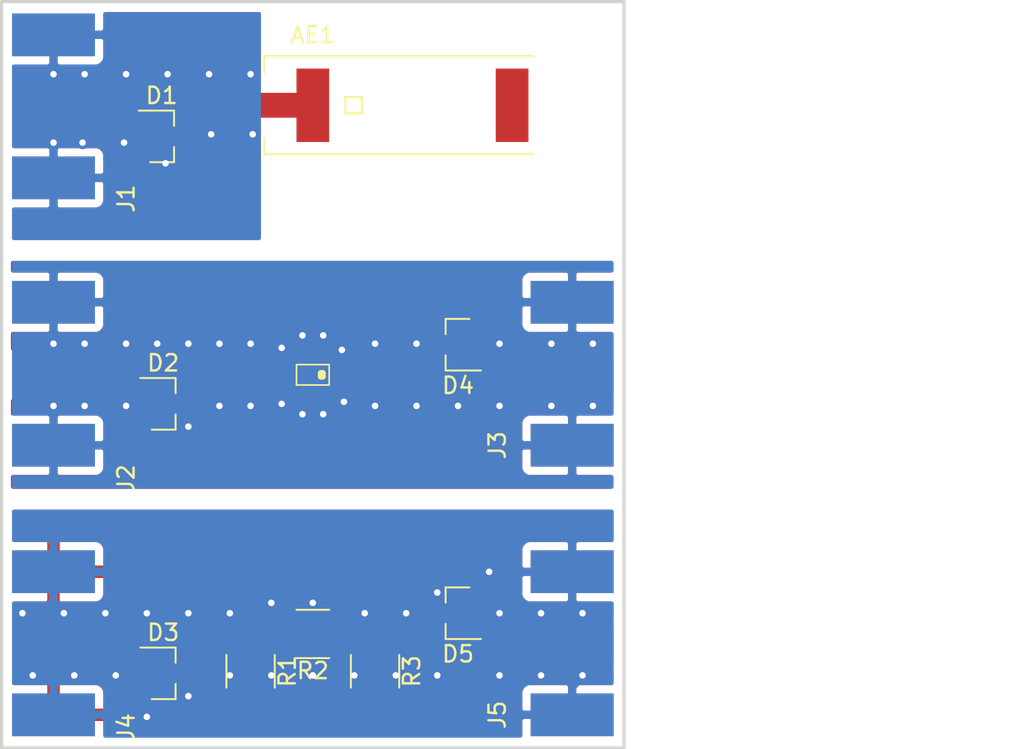
<source format=kicad_pcb>
(kicad_pcb (version 20170123) (host pcbnew "(2017-05-02 revision e4d2924ee)-makepkg")

  (general
    (links 42)
    (no_connects 6)
    (area 154.7525 50.699999 220.412143 96.620001)
    (thickness 1.6)
    (drawings 5)
    (tracks 215)
    (zones 0)
    (modules 15)
    (nets 9)
  )

  (page A4)
  (layers
    (0 F.Cu signal)
    (31 B.Cu signal)
    (32 B.Adhes user)
    (33 F.Adhes user)
    (34 B.Paste user)
    (35 F.Paste user)
    (36 B.SilkS user)
    (37 F.SilkS user)
    (38 B.Mask user)
    (39 F.Mask user)
    (40 Dwgs.User user)
    (41 Cmts.User user)
    (42 Eco1.User user)
    (43 Eco2.User user)
    (44 Edge.Cuts user)
    (45 Margin user)
    (46 B.CrtYd user)
    (47 F.CrtYd user)
    (48 B.Fab user)
    (49 F.Fab user hide)
  )

  (setup
    (last_trace_width 0.25)
    (user_trace_width 0.1524)
    (user_trace_width 0.2032)
    (user_trace_width 0.762)
    (user_trace_width 1.524)
    (trace_clearance 0.2)
    (zone_clearance 0.3302)
    (zone_45_only no)
    (trace_min 0.1524)
    (segment_width 0.2)
    (edge_width 0.15)
    (via_size 0.8)
    (via_drill 0.4)
    (via_min_size 0.4)
    (via_min_drill 0.3)
    (uvia_size 0.3)
    (uvia_drill 0.1)
    (uvias_allowed no)
    (uvia_min_size 0.2)
    (uvia_min_drill 0.1)
    (pcb_text_width 0.3)
    (pcb_text_size 1.5 1.5)
    (mod_edge_width 0.15)
    (mod_text_size 1 1)
    (mod_text_width 0.15)
    (pad_size 1.524 1.524)
    (pad_drill 0.762)
    (pad_to_mask_clearance 0.1016)
    (pad_to_paste_clearance_ratio -0.05)
    (aux_axis_origin 0 0)
    (visible_elements 7FFFFFFF)
    (pcbplotparams
      (layerselection 0x012f8_ffffffff)
      (usegerberextensions false)
      (excludeedgelayer true)
      (linewidth 0.100000)
      (plotframeref false)
      (viasonmask true)
      (mode 1)
      (useauxorigin false)
      (hpglpennumber 1)
      (hpglpenspeed 20)
      (hpglpendiameter 15)
      (psnegative false)
      (psa4output false)
      (plotreference true)
      (plotvalue true)
      (plotinvisibletext false)
      (padsonsilk false)
      (subtractmaskfromsilk false)
      (outputformat 1)
      (mirror false)
      (drillshape 0)
      (scaleselection 1)
      (outputdirectory PDFs/))
  )

  (net 0 "")
  (net 1 "Net-(AE1-Pad1)")
  (net 2 GND)
  (net 3 "Net-(D2-Pad1)")
  (net 4 "Net-(D3-Pad1)")
  (net 5 "Net-(D4-Pad1)")
  (net 6 "Net-(D5-Pad1)")
  (net 7 "Net-(U1-Pad2)")
  (net 8 "Net-(U1-Pad6)")

  (net_class Default "This is the default net class."
    (clearance 0.2)
    (trace_width 0.25)
    (via_dia 0.8)
    (via_drill 0.4)
    (uvia_dia 0.3)
    (uvia_drill 0.1)
    (add_net GND)
    (add_net "Net-(AE1-Pad1)")
    (add_net "Net-(D2-Pad1)")
    (add_net "Net-(D3-Pad1)")
    (add_net "Net-(D4-Pad1)")
    (add_net "Net-(D5-Pad1)")
    (add_net "Net-(U1-Pad2)")
    (add_net "Net-(U1-Pad6)")
  )

  (module FritzLib:ANT1204 (layer F.Cu) (tedit 59912E10) (tstamp 5992EEEC)
    (at 177.165 57.15)
    (path /5991DD18)
    (fp_text reference AE1 (at 0 -4.31) (layer F.SilkS)
      (effects (font (size 1 1) (thickness 0.15)))
    )
    (fp_text value ANT1204LL05R0915A (at 0 -5.31) (layer F.Fab)
      (effects (font (size 1 1) (thickness 0.15)))
    )
    (fp_line (start 2 -0.5) (end 2 0.5) (layer F.SilkS) (width 0.15))
    (fp_line (start 2 0.5) (end 3 0.5) (layer F.SilkS) (width 0.15))
    (fp_line (start 3 0.5) (end 3 -0.5) (layer F.SilkS) (width 0.15))
    (fp_line (start 3 -0.5) (end 2 -0.5) (layer F.SilkS) (width 0.15))
    (fp_line (start 2 -0.5) (end 2 -0.5) (layer F.SilkS) (width 0.15))
    (fp_line (start -3 -2) (end -3 -3) (layer F.SilkS) (width 0.15))
    (fp_line (start -3 -3) (end -3 -3) (layer F.SilkS) (width 0.15))
    (fp_line (start -3 2) (end -3 3) (layer F.SilkS) (width 0.15))
    (fp_line (start -3 3) (end -3 3) (layer F.SilkS) (width 0.15))
    (fp_line (start -3 3) (end 13.5 3) (layer F.SilkS) (width 0.15))
    (fp_line (start 13.5 3) (end 13.5 3) (layer F.SilkS) (width 0.15))
    (fp_line (start -3 -3) (end 13.5 -3) (layer F.SilkS) (width 0.15))
    (fp_line (start 13.5 -3) (end 13.5 -3) (layer F.SilkS) (width 0.15))
    (pad 1 smd rect (at 0 0) (size 2 4.5) (layers F.Cu F.Paste F.Mask)
      (net 1 "Net-(AE1-Pad1)"))
    (pad 2 smd rect (at 12.2 0) (size 2 4.5) (layers F.Cu F.Paste F.Mask))
  )

  (module TO_SOT_Packages_SMD:SOT-23 (layer F.Cu) (tedit 58CE4E7E) (tstamp 5992EF01)
    (at 167.91 59.055)
    (descr "SOT-23, Standard")
    (tags SOT-23)
    (path /59930288)
    (attr smd)
    (fp_text reference D1 (at 0 -2.5) (layer F.SilkS)
      (effects (font (size 1 1) (thickness 0.15)))
    )
    (fp_text value CM1214A (at 0 2.5) (layer F.Fab)
      (effects (font (size 1 1) (thickness 0.15)))
    )
    (fp_line (start 0.76 1.58) (end -0.7 1.58) (layer F.SilkS) (width 0.12))
    (fp_line (start 0.76 -1.58) (end -1.4 -1.58) (layer F.SilkS) (width 0.12))
    (fp_line (start -1.7 1.75) (end -1.7 -1.75) (layer F.CrtYd) (width 0.05))
    (fp_line (start 1.7 1.75) (end -1.7 1.75) (layer F.CrtYd) (width 0.05))
    (fp_line (start 1.7 -1.75) (end 1.7 1.75) (layer F.CrtYd) (width 0.05))
    (fp_line (start -1.7 -1.75) (end 1.7 -1.75) (layer F.CrtYd) (width 0.05))
    (fp_line (start 0.76 -1.58) (end 0.76 -0.65) (layer F.SilkS) (width 0.12))
    (fp_line (start 0.76 1.58) (end 0.76 0.65) (layer F.SilkS) (width 0.12))
    (fp_line (start -0.7 1.52) (end 0.7 1.52) (layer F.Fab) (width 0.1))
    (fp_line (start 0.7 -1.52) (end 0.7 1.52) (layer F.Fab) (width 0.1))
    (fp_line (start -0.7 -0.95) (end -0.15 -1.52) (layer F.Fab) (width 0.1))
    (fp_line (start -0.15 -1.52) (end 0.7 -1.52) (layer F.Fab) (width 0.1))
    (fp_line (start -0.7 -0.95) (end -0.7 1.5) (layer F.Fab) (width 0.1))
    (fp_text user %R (at 0 0 90) (layer F.Fab)
      (effects (font (size 0.5 0.5) (thickness 0.075)))
    )
    (pad 3 smd rect (at 1 0) (size 0.9 0.8) (layers F.Cu F.Paste F.Mask))
    (pad 2 smd rect (at -1 0.95) (size 0.9 0.8) (layers F.Cu F.Paste F.Mask)
      (net 2 GND))
    (pad 1 smd rect (at -1 -0.95) (size 0.9 0.8) (layers F.Cu F.Paste F.Mask)
      (net 1 "Net-(AE1-Pad1)"))
    (model ${KISYS3DMOD}/TO_SOT_Packages_SMD.3dshapes/SOT-23.wrl
      (at (xyz 0 0 0))
      (scale (xyz 1 1 1))
      (rotate (xyz 0 0 0))
    )
  )

  (module TO_SOT_Packages_SMD:SOT-23 (layer F.Cu) (tedit 58CE4E7E) (tstamp 5992EF16)
    (at 168.005 75.438)
    (descr "SOT-23, Standard")
    (tags SOT-23)
    (path /59930081)
    (attr smd)
    (fp_text reference D2 (at 0 -2.5) (layer F.SilkS)
      (effects (font (size 1 1) (thickness 0.15)))
    )
    (fp_text value CM1214A (at 0 2.5) (layer F.Fab)
      (effects (font (size 1 1) (thickness 0.15)))
    )
    (fp_text user %R (at 0 0 90) (layer F.Fab)
      (effects (font (size 0.5 0.5) (thickness 0.075)))
    )
    (fp_line (start -0.7 -0.95) (end -0.7 1.5) (layer F.Fab) (width 0.1))
    (fp_line (start -0.15 -1.52) (end 0.7 -1.52) (layer F.Fab) (width 0.1))
    (fp_line (start -0.7 -0.95) (end -0.15 -1.52) (layer F.Fab) (width 0.1))
    (fp_line (start 0.7 -1.52) (end 0.7 1.52) (layer F.Fab) (width 0.1))
    (fp_line (start -0.7 1.52) (end 0.7 1.52) (layer F.Fab) (width 0.1))
    (fp_line (start 0.76 1.58) (end 0.76 0.65) (layer F.SilkS) (width 0.12))
    (fp_line (start 0.76 -1.58) (end 0.76 -0.65) (layer F.SilkS) (width 0.12))
    (fp_line (start -1.7 -1.75) (end 1.7 -1.75) (layer F.CrtYd) (width 0.05))
    (fp_line (start 1.7 -1.75) (end 1.7 1.75) (layer F.CrtYd) (width 0.05))
    (fp_line (start 1.7 1.75) (end -1.7 1.75) (layer F.CrtYd) (width 0.05))
    (fp_line (start -1.7 1.75) (end -1.7 -1.75) (layer F.CrtYd) (width 0.05))
    (fp_line (start 0.76 -1.58) (end -1.4 -1.58) (layer F.SilkS) (width 0.12))
    (fp_line (start 0.76 1.58) (end -0.7 1.58) (layer F.SilkS) (width 0.12))
    (pad 1 smd rect (at -1 -0.95) (size 0.9 0.8) (layers F.Cu F.Paste F.Mask)
      (net 3 "Net-(D2-Pad1)"))
    (pad 2 smd rect (at -1 0.95) (size 0.9 0.8) (layers F.Cu F.Paste F.Mask)
      (net 2 GND))
    (pad 3 smd rect (at 1 0) (size 0.9 0.8) (layers F.Cu F.Paste F.Mask))
    (model ${KISYS3DMOD}/TO_SOT_Packages_SMD.3dshapes/SOT-23.wrl
      (at (xyz 0 0 0))
      (scale (xyz 1 1 1))
      (rotate (xyz 0 0 0))
    )
  )

  (module TO_SOT_Packages_SMD:SOT-23 (layer F.Cu) (tedit 58CE4E7E) (tstamp 5992EF2B)
    (at 168.005 91.948)
    (descr "SOT-23, Standard")
    (tags SOT-23)
    (path /5992FD44)
    (attr smd)
    (fp_text reference D3 (at 0 -2.5) (layer F.SilkS)
      (effects (font (size 1 1) (thickness 0.15)))
    )
    (fp_text value CM1214A (at 0 2.5) (layer F.Fab)
      (effects (font (size 1 1) (thickness 0.15)))
    )
    (fp_line (start 0.76 1.58) (end -0.7 1.58) (layer F.SilkS) (width 0.12))
    (fp_line (start 0.76 -1.58) (end -1.4 -1.58) (layer F.SilkS) (width 0.12))
    (fp_line (start -1.7 1.75) (end -1.7 -1.75) (layer F.CrtYd) (width 0.05))
    (fp_line (start 1.7 1.75) (end -1.7 1.75) (layer F.CrtYd) (width 0.05))
    (fp_line (start 1.7 -1.75) (end 1.7 1.75) (layer F.CrtYd) (width 0.05))
    (fp_line (start -1.7 -1.75) (end 1.7 -1.75) (layer F.CrtYd) (width 0.05))
    (fp_line (start 0.76 -1.58) (end 0.76 -0.65) (layer F.SilkS) (width 0.12))
    (fp_line (start 0.76 1.58) (end 0.76 0.65) (layer F.SilkS) (width 0.12))
    (fp_line (start -0.7 1.52) (end 0.7 1.52) (layer F.Fab) (width 0.1))
    (fp_line (start 0.7 -1.52) (end 0.7 1.52) (layer F.Fab) (width 0.1))
    (fp_line (start -0.7 -0.95) (end -0.15 -1.52) (layer F.Fab) (width 0.1))
    (fp_line (start -0.15 -1.52) (end 0.7 -1.52) (layer F.Fab) (width 0.1))
    (fp_line (start -0.7 -0.95) (end -0.7 1.5) (layer F.Fab) (width 0.1))
    (fp_text user %R (at 0 0 90) (layer F.Fab)
      (effects (font (size 0.5 0.5) (thickness 0.075)))
    )
    (pad 3 smd rect (at 1 0) (size 0.9 0.8) (layers F.Cu F.Paste F.Mask))
    (pad 2 smd rect (at -1 0.95) (size 0.9 0.8) (layers F.Cu F.Paste F.Mask)
      (net 2 GND))
    (pad 1 smd rect (at -1 -0.95) (size 0.9 0.8) (layers F.Cu F.Paste F.Mask)
      (net 4 "Net-(D3-Pad1)"))
    (model ${KISYS3DMOD}/TO_SOT_Packages_SMD.3dshapes/SOT-23.wrl
      (at (xyz 0 0 0))
      (scale (xyz 1 1 1))
      (rotate (xyz 0 0 0))
    )
  )

  (module TO_SOT_Packages_SMD:SOT-23 (layer F.Cu) (tedit 58CE4E7E) (tstamp 5992EF40)
    (at 186.055 71.816 180)
    (descr "SOT-23, Standard")
    (tags SOT-23)
    (path /5992F631)
    (attr smd)
    (fp_text reference D4 (at 0 -2.5 180) (layer F.SilkS)
      (effects (font (size 1 1) (thickness 0.15)))
    )
    (fp_text value CM1214A (at 0 2.5 180) (layer F.Fab)
      (effects (font (size 1 1) (thickness 0.15)))
    )
    (fp_line (start 0.76 1.58) (end -0.7 1.58) (layer F.SilkS) (width 0.12))
    (fp_line (start 0.76 -1.58) (end -1.4 -1.58) (layer F.SilkS) (width 0.12))
    (fp_line (start -1.7 1.75) (end -1.7 -1.75) (layer F.CrtYd) (width 0.05))
    (fp_line (start 1.7 1.75) (end -1.7 1.75) (layer F.CrtYd) (width 0.05))
    (fp_line (start 1.7 -1.75) (end 1.7 1.75) (layer F.CrtYd) (width 0.05))
    (fp_line (start -1.7 -1.75) (end 1.7 -1.75) (layer F.CrtYd) (width 0.05))
    (fp_line (start 0.76 -1.58) (end 0.76 -0.65) (layer F.SilkS) (width 0.12))
    (fp_line (start 0.76 1.58) (end 0.76 0.65) (layer F.SilkS) (width 0.12))
    (fp_line (start -0.7 1.52) (end 0.7 1.52) (layer F.Fab) (width 0.1))
    (fp_line (start 0.7 -1.52) (end 0.7 1.52) (layer F.Fab) (width 0.1))
    (fp_line (start -0.7 -0.95) (end -0.15 -1.52) (layer F.Fab) (width 0.1))
    (fp_line (start -0.15 -1.52) (end 0.7 -1.52) (layer F.Fab) (width 0.1))
    (fp_line (start -0.7 -0.95) (end -0.7 1.5) (layer F.Fab) (width 0.1))
    (fp_text user %R (at 0 0 270) (layer F.Fab)
      (effects (font (size 0.5 0.5) (thickness 0.075)))
    )
    (pad 3 smd rect (at 1 0 180) (size 0.9 0.8) (layers F.Cu F.Paste F.Mask))
    (pad 2 smd rect (at -1 0.95 180) (size 0.9 0.8) (layers F.Cu F.Paste F.Mask)
      (net 2 GND))
    (pad 1 smd rect (at -1 -0.95 180) (size 0.9 0.8) (layers F.Cu F.Paste F.Mask)
      (net 5 "Net-(D4-Pad1)"))
    (model ${KISYS3DMOD}/TO_SOT_Packages_SMD.3dshapes/SOT-23.wrl
      (at (xyz 0 0 0))
      (scale (xyz 1 1 1))
      (rotate (xyz 0 0 0))
    )
  )

  (module TO_SOT_Packages_SMD:SOT-23 (layer F.Cu) (tedit 58CE4E7E) (tstamp 5992EF55)
    (at 186.055 88.265 180)
    (descr "SOT-23, Standard")
    (tags SOT-23)
    (path /5992FC77)
    (attr smd)
    (fp_text reference D5 (at 0 -2.5 180) (layer F.SilkS)
      (effects (font (size 1 1) (thickness 0.15)))
    )
    (fp_text value CM1214A (at 0 2.5 180) (layer F.Fab)
      (effects (font (size 1 1) (thickness 0.15)))
    )
    (fp_text user %R (at 0 0 270) (layer F.Fab)
      (effects (font (size 0.5 0.5) (thickness 0.075)))
    )
    (fp_line (start -0.7 -0.95) (end -0.7 1.5) (layer F.Fab) (width 0.1))
    (fp_line (start -0.15 -1.52) (end 0.7 -1.52) (layer F.Fab) (width 0.1))
    (fp_line (start -0.7 -0.95) (end -0.15 -1.52) (layer F.Fab) (width 0.1))
    (fp_line (start 0.7 -1.52) (end 0.7 1.52) (layer F.Fab) (width 0.1))
    (fp_line (start -0.7 1.52) (end 0.7 1.52) (layer F.Fab) (width 0.1))
    (fp_line (start 0.76 1.58) (end 0.76 0.65) (layer F.SilkS) (width 0.12))
    (fp_line (start 0.76 -1.58) (end 0.76 -0.65) (layer F.SilkS) (width 0.12))
    (fp_line (start -1.7 -1.75) (end 1.7 -1.75) (layer F.CrtYd) (width 0.05))
    (fp_line (start 1.7 -1.75) (end 1.7 1.75) (layer F.CrtYd) (width 0.05))
    (fp_line (start 1.7 1.75) (end -1.7 1.75) (layer F.CrtYd) (width 0.05))
    (fp_line (start -1.7 1.75) (end -1.7 -1.75) (layer F.CrtYd) (width 0.05))
    (fp_line (start 0.76 -1.58) (end -1.4 -1.58) (layer F.SilkS) (width 0.12))
    (fp_line (start 0.76 1.58) (end -0.7 1.58) (layer F.SilkS) (width 0.12))
    (pad 1 smd rect (at -1 -0.95 180) (size 0.9 0.8) (layers F.Cu F.Paste F.Mask)
      (net 6 "Net-(D5-Pad1)"))
    (pad 2 smd rect (at -1 0.95 180) (size 0.9 0.8) (layers F.Cu F.Paste F.Mask)
      (net 2 GND))
    (pad 3 smd rect (at 1 0 180) (size 0.9 0.8) (layers F.Cu F.Paste F.Mask))
    (model ${KISYS3DMOD}/TO_SOT_Packages_SMD.3dshapes/SOT-23.wrl
      (at (xyz 0 0 0))
      (scale (xyz 1 1 1))
      (rotate (xyz 0 0 0))
    )
  )

  (module FritzLib:J502 (layer F.Cu) (tedit 5990A428) (tstamp 5992EF5E)
    (at 161.29 61.595 90)
    (path /5991DC8B)
    (fp_text reference J1 (at -1.27 4.445 90) (layer F.SilkS)
      (effects (font (size 1 1) (thickness 0.15)))
    )
    (fp_text value SMA (at 0 -5.58 90) (layer F.Fab)
      (effects (font (size 1 1) (thickness 0.15)))
    )
    (pad 2 smd rect (at 0 0 90) (size 2.6162 5.08) (layers F.Cu F.Paste F.Mask)
      (net 2 GND))
    (pad 2 smd rect (at 8.763 0 90) (size 2.6162 5.08) (layers F.Cu F.Paste F.Mask)
      (net 2 GND))
    (pad 1 smd rect (at 4.318 0 90) (size 2.286 5.08) (layers F.Cu F.Paste F.Mask)
      (net 1 "Net-(AE1-Pad1)"))
    (pad 2 smd rect (at 0 0 90) (size 2.6162 5.08) (layers B.Cu B.Paste B.Mask)
      (net 2 GND))
    (pad 2 smd rect (at 8.763 0 90) (size 2.6162 5.08) (layers B.Cu B.Paste B.Mask)
      (net 2 GND))
  )

  (module FritzLib:J502 (layer F.Cu) (tedit 5990A428) (tstamp 5992EF67)
    (at 161.29 77.978 90)
    (path /5991D310)
    (fp_text reference J2 (at -2.032 4.445 90) (layer F.SilkS)
      (effects (font (size 1 1) (thickness 0.15)))
    )
    (fp_text value SMA (at 0 -5.58 90) (layer F.Fab)
      (effects (font (size 1 1) (thickness 0.15)))
    )
    (pad 2 smd rect (at 8.763 0 90) (size 2.6162 5.08) (layers B.Cu B.Paste B.Mask)
      (net 2 GND))
    (pad 2 smd rect (at 0 0 90) (size 2.6162 5.08) (layers B.Cu B.Paste B.Mask)
      (net 2 GND))
    (pad 1 smd rect (at 4.318 0 90) (size 2.286 5.08) (layers F.Cu F.Paste F.Mask)
      (net 3 "Net-(D2-Pad1)"))
    (pad 2 smd rect (at 8.763 0 90) (size 2.6162 5.08) (layers F.Cu F.Paste F.Mask)
      (net 2 GND))
    (pad 2 smd rect (at 0 0 90) (size 2.6162 5.08) (layers F.Cu F.Paste F.Mask)
      (net 2 GND))
  )

  (module FritzLib:J502 (layer F.Cu) (tedit 5990A428) (tstamp 5992EF70)
    (at 193.04 77.978 90)
    (path /5991D0E9)
    (fp_text reference J3 (at 0 -4.58 90) (layer F.SilkS)
      (effects (font (size 1 1) (thickness 0.15)))
    )
    (fp_text value SMA (at 0 -5.58 90) (layer F.Fab)
      (effects (font (size 1 1) (thickness 0.15)))
    )
    (pad 2 smd rect (at 0 0 90) (size 2.6162 5.08) (layers F.Cu F.Paste F.Mask)
      (net 2 GND))
    (pad 2 smd rect (at 8.763 0 90) (size 2.6162 5.08) (layers F.Cu F.Paste F.Mask)
      (net 2 GND))
    (pad 1 smd rect (at 4.318 0 90) (size 2.286 5.08) (layers F.Cu F.Paste F.Mask)
      (net 5 "Net-(D4-Pad1)"))
    (pad 2 smd rect (at 0 0 90) (size 2.6162 5.08) (layers B.Cu B.Paste B.Mask)
      (net 2 GND))
    (pad 2 smd rect (at 8.763 0 90) (size 2.6162 5.08) (layers B.Cu B.Paste B.Mask)
      (net 2 GND))
  )

  (module FritzLib:J502 (layer F.Cu) (tedit 5990A428) (tstamp 5992EF79)
    (at 161.29 94.488 90)
    (path /599297F1)
    (fp_text reference J4 (at -0.762 4.445 90) (layer F.SilkS)
      (effects (font (size 1 1) (thickness 0.15)))
    )
    (fp_text value SMA (at 0 -5.58 90) (layer F.Fab)
      (effects (font (size 1 1) (thickness 0.15)))
    )
    (pad 2 smd rect (at 8.763 0 90) (size 2.6162 5.08) (layers B.Cu B.Paste B.Mask)
      (net 2 GND))
    (pad 2 smd rect (at 0 0 90) (size 2.6162 5.08) (layers B.Cu B.Paste B.Mask)
      (net 2 GND))
    (pad 1 smd rect (at 4.318 0 90) (size 2.286 5.08) (layers F.Cu F.Paste F.Mask)
      (net 4 "Net-(D3-Pad1)"))
    (pad 2 smd rect (at 8.763 0 90) (size 2.6162 5.08) (layers F.Cu F.Paste F.Mask)
      (net 2 GND))
    (pad 2 smd rect (at 0 0 90) (size 2.6162 5.08) (layers F.Cu F.Paste F.Mask)
      (net 2 GND))
  )

  (module FritzLib:J502 (layer F.Cu) (tedit 5990A428) (tstamp 5992EF82)
    (at 193.04 94.488 90)
    (path /59929962)
    (fp_text reference J5 (at 0 -4.58 90) (layer F.SilkS)
      (effects (font (size 1 1) (thickness 0.15)))
    )
    (fp_text value SMA (at 0 -5.58 90) (layer F.Fab)
      (effects (font (size 1 1) (thickness 0.15)))
    )
    (pad 2 smd rect (at 0 0 90) (size 2.6162 5.08) (layers F.Cu F.Paste F.Mask)
      (net 2 GND))
    (pad 2 smd rect (at 8.763 0 90) (size 2.6162 5.08) (layers F.Cu F.Paste F.Mask)
      (net 2 GND))
    (pad 1 smd rect (at 4.318 0 90) (size 2.286 5.08) (layers F.Cu F.Paste F.Mask)
      (net 6 "Net-(D5-Pad1)"))
    (pad 2 smd rect (at 0 0 90) (size 2.6162 5.08) (layers B.Cu B.Paste B.Mask)
      (net 2 GND))
    (pad 2 smd rect (at 8.763 0 90) (size 2.6162 5.08) (layers B.Cu B.Paste B.Mask)
      (net 2 GND))
  )

  (module Resistors_SMD:R_1210 (layer F.Cu) (tedit 58E0A804) (tstamp 5992EF93)
    (at 173.355 91.821 270)
    (descr "Resistor SMD 1210, reflow soldering, Vishay (see dcrcw.pdf)")
    (tags "resistor 1210")
    (path /5991FCD9)
    (attr smd)
    (fp_text reference R1 (at 0 -2.25 270) (layer F.SilkS)
      (effects (font (size 1 1) (thickness 0.15)))
    )
    (fp_text value 53.6 (at 0 2.4 270) (layer F.Fab)
      (effects (font (size 1 1) (thickness 0.15)))
    )
    (fp_line (start 2.15 1.5) (end -2.15 1.5) (layer F.CrtYd) (width 0.05))
    (fp_line (start 2.15 1.5) (end 2.15 -1.5) (layer F.CrtYd) (width 0.05))
    (fp_line (start -2.15 -1.5) (end -2.15 1.5) (layer F.CrtYd) (width 0.05))
    (fp_line (start -2.15 -1.5) (end 2.15 -1.5) (layer F.CrtYd) (width 0.05))
    (fp_line (start -1 -1.48) (end 1 -1.48) (layer F.SilkS) (width 0.12))
    (fp_line (start 1 1.48) (end -1 1.48) (layer F.SilkS) (width 0.12))
    (fp_line (start -1.6 -1.25) (end 1.6 -1.25) (layer F.Fab) (width 0.1))
    (fp_line (start 1.6 -1.25) (end 1.6 1.25) (layer F.Fab) (width 0.1))
    (fp_line (start 1.6 1.25) (end -1.6 1.25) (layer F.Fab) (width 0.1))
    (fp_line (start -1.6 1.25) (end -1.6 -1.25) (layer F.Fab) (width 0.1))
    (fp_text user %R (at 0 0 270) (layer F.Fab)
      (effects (font (size 0.7 0.7) (thickness 0.105)))
    )
    (pad 2 smd rect (at 1.45 0 270) (size 0.9 2.5) (layers F.Cu F.Paste F.Mask)
      (net 2 GND))
    (pad 1 smd rect (at -1.45 0 270) (size 0.9 2.5) (layers F.Cu F.Paste F.Mask)
      (net 4 "Net-(D3-Pad1)"))
    (model ${KISYS3DMOD}/Resistors_SMD.3dshapes/R_1210.wrl
      (at (xyz 0 0 0))
      (scale (xyz 1 1 1))
      (rotate (xyz 0 0 0))
    )
  )

  (module Resistors_SMD:R_1210 (layer F.Cu) (tedit 58E0A804) (tstamp 5992EFA4)
    (at 177.165 89.535 180)
    (descr "Resistor SMD 1210, reflow soldering, Vishay (see dcrcw.pdf)")
    (tags "resistor 1210")
    (path /59922B39)
    (attr smd)
    (fp_text reference R2 (at 0 -2.25 180) (layer F.SilkS)
      (effects (font (size 1 1) (thickness 0.15)))
    )
    (fp_text value 620R (at 0 2.4 180) (layer F.Fab)
      (effects (font (size 1 1) (thickness 0.15)))
    )
    (fp_line (start 2.15 1.5) (end -2.15 1.5) (layer F.CrtYd) (width 0.05))
    (fp_line (start 2.15 1.5) (end 2.15 -1.5) (layer F.CrtYd) (width 0.05))
    (fp_line (start -2.15 -1.5) (end -2.15 1.5) (layer F.CrtYd) (width 0.05))
    (fp_line (start -2.15 -1.5) (end 2.15 -1.5) (layer F.CrtYd) (width 0.05))
    (fp_line (start -1 -1.48) (end 1 -1.48) (layer F.SilkS) (width 0.12))
    (fp_line (start 1 1.48) (end -1 1.48) (layer F.SilkS) (width 0.12))
    (fp_line (start -1.6 -1.25) (end 1.6 -1.25) (layer F.Fab) (width 0.1))
    (fp_line (start 1.6 -1.25) (end 1.6 1.25) (layer F.Fab) (width 0.1))
    (fp_line (start 1.6 1.25) (end -1.6 1.25) (layer F.Fab) (width 0.1))
    (fp_line (start -1.6 1.25) (end -1.6 -1.25) (layer F.Fab) (width 0.1))
    (fp_text user %R (at 0 0 180) (layer F.Fab)
      (effects (font (size 0.7 0.7) (thickness 0.105)))
    )
    (pad 2 smd rect (at 1.45 0 180) (size 0.9 2.5) (layers F.Cu F.Paste F.Mask)
      (net 4 "Net-(D3-Pad1)"))
    (pad 1 smd rect (at -1.45 0 180) (size 0.9 2.5) (layers F.Cu F.Paste F.Mask)
      (net 6 "Net-(D5-Pad1)"))
    (model ${KISYS3DMOD}/Resistors_SMD.3dshapes/R_1210.wrl
      (at (xyz 0 0 0))
      (scale (xyz 1 1 1))
      (rotate (xyz 0 0 0))
    )
  )

  (module Resistors_SMD:R_1210 (layer F.Cu) (tedit 58E0A804) (tstamp 5992EFB5)
    (at 180.975 91.821 270)
    (descr "Resistor SMD 1210, reflow soldering, Vishay (see dcrcw.pdf)")
    (tags "resistor 1210")
    (path /599229D2)
    (attr smd)
    (fp_text reference R3 (at 0 -2.25 270) (layer F.SilkS)
      (effects (font (size 1 1) (thickness 0.15)))
    )
    (fp_text value 53.6 (at 0 2.4 270) (layer F.Fab)
      (effects (font (size 1 1) (thickness 0.15)))
    )
    (fp_text user %R (at 0 0 270) (layer F.Fab)
      (effects (font (size 0.7 0.7) (thickness 0.105)))
    )
    (fp_line (start -1.6 1.25) (end -1.6 -1.25) (layer F.Fab) (width 0.1))
    (fp_line (start 1.6 1.25) (end -1.6 1.25) (layer F.Fab) (width 0.1))
    (fp_line (start 1.6 -1.25) (end 1.6 1.25) (layer F.Fab) (width 0.1))
    (fp_line (start -1.6 -1.25) (end 1.6 -1.25) (layer F.Fab) (width 0.1))
    (fp_line (start 1 1.48) (end -1 1.48) (layer F.SilkS) (width 0.12))
    (fp_line (start -1 -1.48) (end 1 -1.48) (layer F.SilkS) (width 0.12))
    (fp_line (start -2.15 -1.5) (end 2.15 -1.5) (layer F.CrtYd) (width 0.05))
    (fp_line (start -2.15 -1.5) (end -2.15 1.5) (layer F.CrtYd) (width 0.05))
    (fp_line (start 2.15 1.5) (end 2.15 -1.5) (layer F.CrtYd) (width 0.05))
    (fp_line (start 2.15 1.5) (end -2.15 1.5) (layer F.CrtYd) (width 0.05))
    (pad 1 smd rect (at -1.45 0 270) (size 0.9 2.5) (layers F.Cu F.Paste F.Mask)
      (net 6 "Net-(D5-Pad1)"))
    (pad 2 smd rect (at 1.45 0 270) (size 0.9 2.5) (layers F.Cu F.Paste F.Mask)
      (net 2 GND))
    (model ${KISYS3DMOD}/Resistors_SMD.3dshapes/R_1210.wrl
      (at (xyz 0 0 0))
      (scale (xyz 1 1 1))
      (rotate (xyz 0 0 0))
    )
  )

  (module FritzLib:0915LP (layer F.Cu) (tedit 59913000) (tstamp 5992EFC9)
    (at 177.165 73.66)
    (path /59928D78)
    (fp_text reference U1 (at 0 -2) (layer F.Fab)
      (effects (font (size 0.5 0.5) (thickness 0.125)))
    )
    (fp_text value 0915LP (at 0 0) (layer F.SilkS) hide
      (effects (font (size 0.5 0.5) (thickness 0.125)))
    )
    (fp_line (start 0.6 -0.1) (end 0.5 -0.1) (layer F.SilkS) (width 0.381))
    (fp_line (start 0.5 -0.1) (end 0.5 0.1) (layer F.SilkS) (width 0.381))
    (fp_line (start 0.5 0.1) (end 0.6 0.1) (layer F.SilkS) (width 0.381))
    (fp_line (start 0.6 0.1) (end 0.6 -0.1) (layer F.SilkS) (width 0.381))
    (fp_line (start 1 -0.625) (end -1 -0.625) (layer F.SilkS) (width 0.1))
    (fp_line (start -1 -0.625) (end -1 0.625) (layer F.SilkS) (width 0.1))
    (fp_line (start -1 0.625) (end 1 0.625) (layer F.SilkS) (width 0.1))
    (fp_line (start 1 0.625) (end 1 -0.625) (layer F.SilkS) (width 0.1))
    (pad 1 smd rect (at 0.65 -0.9) (size 0.35 1) (layers F.Cu F.Paste F.Mask)
      (net 2 GND))
    (pad 2 smd rect (at 0 -0.9) (size 0.35 1) (layers F.Cu F.Paste F.Mask)
      (net 7 "Net-(U1-Pad2)"))
    (pad 3 smd rect (at -0.65 -0.9) (size 0.35 1) (layers F.Cu F.Paste F.Mask)
      (net 2 GND))
    (pad 4 smd rect (at -1.275 0 90) (size 0.35 1) (layers F.Cu F.Paste F.Mask)
      (net 3 "Net-(D2-Pad1)"))
    (pad 5 smd rect (at -0.65 0.9) (size 0.35 1) (layers F.Cu F.Paste F.Mask)
      (net 2 GND))
    (pad 6 smd rect (at 0 0.9) (size 0.35 1) (layers F.Cu F.Paste F.Mask)
      (net 8 "Net-(U1-Pad6)"))
    (pad 7 smd rect (at 0.65 0.9) (size 0.35 1) (layers F.Cu F.Paste F.Mask)
      (net 2 GND))
    (pad 8 smd rect (at 1.275 0 90) (size 0.35 1) (layers F.Cu F.Paste F.Mask)
      (net 5 "Net-(D4-Pad1)"))
  )

  (gr_text "60 mil trace width\n13 mil space" (at 198.755 73.66) (layer Cmts.User)
    (effects (font (size 1.5 1.5) (thickness 0.3)) (justify left))
  )
  (gr_line (start 196.215 50.8) (end 158.115 50.8) (layer Edge.Cuts) (width 0.2))
  (gr_line (start 196.215 96.52) (end 196.215 50.8) (layer Edge.Cuts) (width 0.2))
  (gr_line (start 158.115 96.52) (end 196.215 96.52) (layer Edge.Cuts) (width 0.2))
  (gr_line (start 158.115 50.8) (end 158.115 96.52) (layer Edge.Cuts) (width 0.2))

  (segment (start 177.165 57.15) (end 167.005 57.15) (width 1.524) (layer F.Cu) (net 1))
  (segment (start 167.005 57.15) (end 161.417 57.15) (width 1.524) (layer F.Cu) (net 1))
  (segment (start 166.91 58.105) (end 166.91 57.245) (width 0.762) (layer F.Cu) (net 1))
  (segment (start 166.91 57.245) (end 167.005 57.15) (width 0.762) (layer F.Cu) (net 1))
  (segment (start 161.417 57.15) (end 161.29 57.277) (width 1.524) (layer F.Cu) (net 1))
  (segment (start 162.56 92.075) (end 160.02 92.075) (width 0.2032) (layer F.Cu) (net 2))
  (via (at 160.02 92.075) (size 0.8) (drill 0.4) (layers F.Cu B.Cu) (net 2))
  (segment (start 165.1 92.075) (end 162.56 92.075) (width 0.2032) (layer B.Cu) (net 2))
  (via (at 162.56 92.075) (size 0.8) (drill 0.4) (layers F.Cu B.Cu) (net 2))
  (segment (start 167.005 94.615) (end 167.005 93.98) (width 0.2032) (layer F.Cu) (net 2))
  (via (at 165.1 92.075) (size 0.8) (drill 0.4) (layers F.Cu B.Cu) (net 2))
  (segment (start 167.005 93.98) (end 165.1 92.075) (width 0.2032) (layer F.Cu) (net 2))
  (segment (start 169.545 93.345) (end 168.275 94.615) (width 0.2032) (layer B.Cu) (net 2))
  (segment (start 168.275 94.615) (end 167.005 94.615) (width 0.2032) (layer B.Cu) (net 2))
  (via (at 167.005 94.615) (size 0.8) (drill 0.4) (layers F.Cu B.Cu) (net 2))
  (segment (start 172.085 92.075) (end 170.815 92.075) (width 0.2032) (layer F.Cu) (net 2))
  (segment (start 170.815 92.075) (end 169.545 93.345) (width 0.2032) (layer F.Cu) (net 2))
  (via (at 169.545 93.345) (size 0.8) (drill 0.4) (layers F.Cu B.Cu) (net 2))
  (segment (start 174.625 92.075) (end 172.085 92.075) (width 0.2032) (layer B.Cu) (net 2))
  (via (at 172.085 92.075) (size 0.8) (drill 0.4) (layers F.Cu B.Cu) (net 2))
  (segment (start 177.165 92.075) (end 174.625 92.075) (width 0.2032) (layer F.Cu) (net 2))
  (via (at 174.625 92.075) (size 0.8) (drill 0.4) (layers F.Cu B.Cu) (net 2))
  (segment (start 179.705 92.075) (end 177.165 92.075) (width 0.2032) (layer B.Cu) (net 2))
  (via (at 177.165 92.075) (size 0.8) (drill 0.4) (layers F.Cu B.Cu) (net 2))
  (segment (start 182.245 92.075) (end 179.705 92.075) (width 0.2032) (layer F.Cu) (net 2))
  (via (at 179.705 92.075) (size 0.8) (drill 0.4) (layers F.Cu B.Cu) (net 2))
  (segment (start 184.785 92.075) (end 182.245 92.075) (width 0.2032) (layer B.Cu) (net 2))
  (via (at 182.245 92.075) (size 0.8) (drill 0.4) (layers F.Cu B.Cu) (net 2))
  (segment (start 188.595 92.075) (end 184.785 92.075) (width 0.2032) (layer F.Cu) (net 2))
  (via (at 184.785 92.075) (size 0.8) (drill 0.4) (layers F.Cu B.Cu) (net 2))
  (segment (start 191.135 92.075) (end 188.595 92.075) (width 0.2032) (layer B.Cu) (net 2))
  (via (at 188.595 92.075) (size 0.8) (drill 0.4) (layers F.Cu B.Cu) (net 2))
  (segment (start 193.675 92.075) (end 191.135 92.075) (width 0.2032) (layer F.Cu) (net 2))
  (via (at 191.135 92.075) (size 0.8) (drill 0.4) (layers F.Cu B.Cu) (net 2))
  (segment (start 193.04 94.488) (end 193.04 92.9767) (width 0.2032) (layer B.Cu) (net 2))
  (segment (start 193.04 92.9767) (end 193.675 92.3417) (width 0.2032) (layer B.Cu) (net 2))
  (via (at 193.675 92.075) (size 0.8) (drill 0.4) (layers F.Cu B.Cu) (net 2))
  (segment (start 193.675 92.3417) (end 193.675 92.075) (width 0.2032) (layer B.Cu) (net 2))
  (segment (start 191.135 88.265) (end 193.675 88.265) (width 0.2032) (layer F.Cu) (net 2))
  (via (at 193.675 88.265) (size 0.8) (drill 0.4) (layers F.Cu B.Cu) (net 2))
  (segment (start 188.595 88.265) (end 191.135 88.265) (width 0.2032) (layer B.Cu) (net 2))
  (via (at 191.135 88.265) (size 0.8) (drill 0.4) (layers F.Cu B.Cu) (net 2))
  (segment (start 187.96 85.725) (end 187.96 87.63) (width 0.2032) (layer F.Cu) (net 2))
  (via (at 188.595 88.265) (size 0.8) (drill 0.4) (layers F.Cu B.Cu) (net 2))
  (segment (start 187.96 87.63) (end 188.595 88.265) (width 0.2032) (layer F.Cu) (net 2))
  (segment (start 184.785 86.995) (end 186.055 85.725) (width 0.2032) (layer B.Cu) (net 2))
  (segment (start 186.055 85.725) (end 187.96 85.725) (width 0.2032) (layer B.Cu) (net 2))
  (via (at 187.96 85.725) (size 0.8) (drill 0.4) (layers F.Cu B.Cu) (net 2))
  (segment (start 182.88 88.265) (end 183.515 88.265) (width 0.2032) (layer F.Cu) (net 2))
  (segment (start 183.515 88.265) (end 184.785 86.995) (width 0.2032) (layer F.Cu) (net 2))
  (via (at 184.785 86.995) (size 0.8) (drill 0.4) (layers F.Cu B.Cu) (net 2))
  (segment (start 180.34 88.265) (end 182.88 88.265) (width 0.2032) (layer B.Cu) (net 2))
  (via (at 182.88 88.265) (size 0.8) (drill 0.4) (layers F.Cu B.Cu) (net 2))
  (segment (start 177.165 87.63) (end 179.705 87.63) (width 0.2032) (layer F.Cu) (net 2))
  (segment (start 179.705 87.63) (end 180.34 88.265) (width 0.2032) (layer F.Cu) (net 2))
  (via (at 180.34 88.265) (size 0.8) (drill 0.4) (layers F.Cu B.Cu) (net 2))
  (segment (start 174.625 87.63) (end 177.165 87.63) (width 0.2032) (layer B.Cu) (net 2))
  (via (at 177.165 87.63) (size 0.8) (drill 0.4) (layers F.Cu B.Cu) (net 2))
  (segment (start 172.085 88.265) (end 173.99 88.265) (width 0.2032) (layer F.Cu) (net 2))
  (segment (start 173.99 88.265) (end 174.625 87.63) (width 0.2032) (layer F.Cu) (net 2))
  (via (at 174.625 87.63) (size 0.8) (drill 0.4) (layers F.Cu B.Cu) (net 2))
  (segment (start 169.545 88.265) (end 172.085 88.265) (width 0.2032) (layer B.Cu) (net 2))
  (via (at 172.085 88.265) (size 0.8) (drill 0.4) (layers F.Cu B.Cu) (net 2))
  (segment (start 167.005 88.265) (end 169.545 88.265) (width 0.2032) (layer F.Cu) (net 2))
  (via (at 169.545 88.265) (size 0.8) (drill 0.4) (layers F.Cu B.Cu) (net 2))
  (segment (start 164.465 88.265) (end 167.005 88.265) (width 0.2032) (layer B.Cu) (net 2))
  (via (at 167.005 88.265) (size 0.8) (drill 0.4) (layers F.Cu B.Cu) (net 2))
  (segment (start 161.925 88.265) (end 164.465 88.265) (width 0.2032) (layer F.Cu) (net 2))
  (via (at 164.465 88.265) (size 0.8) (drill 0.4) (layers F.Cu B.Cu) (net 2))
  (segment (start 159.385 88.265) (end 161.925 88.265) (width 0.2032) (layer B.Cu) (net 2))
  (via (at 161.925 88.265) (size 0.8) (drill 0.4) (layers F.Cu B.Cu) (net 2))
  (segment (start 161.29 85.725) (end 161.29 87.2363) (width 0.2032) (layer F.Cu) (net 2))
  (segment (start 161.29 87.2363) (end 160.2613 88.265) (width 0.2032) (layer F.Cu) (net 2))
  (segment (start 160.2613 88.265) (end 159.385 88.265) (width 0.2032) (layer F.Cu) (net 2))
  (via (at 159.385 88.265) (size 0.8) (drill 0.4) (layers F.Cu B.Cu) (net 2))
  (segment (start 170.942 58.928) (end 173.482 58.928) (width 0.2032) (layer B.Cu) (net 2))
  (via (at 173.482 58.928) (size 0.8) (drill 0.4) (layers F.Cu B.Cu) (net 2))
  (segment (start 168.148 60.706) (end 168.547999 60.306001) (width 0.2032) (layer F.Cu) (net 2))
  (via (at 170.942 58.928) (size 0.8) (drill 0.4) (layers F.Cu B.Cu) (net 2))
  (segment (start 168.547999 60.306001) (end 169.563999 60.306001) (width 0.2032) (layer F.Cu) (net 2))
  (segment (start 169.563999 60.306001) (end 170.942 58.928) (width 0.2032) (layer F.Cu) (net 2))
  (segment (start 165.608 59.436) (end 166.878 59.436) (width 0.2032) (layer B.Cu) (net 2))
  (segment (start 166.878 59.436) (end 168.148 60.706) (width 0.2032) (layer B.Cu) (net 2))
  (via (at 168.148 60.706) (size 0.8) (drill 0.4) (layers F.Cu B.Cu) (net 2))
  (segment (start 163.068 59.436) (end 165.608 59.436) (width 0.2032) (layer F.Cu) (net 2))
  (via (at 165.608 59.436) (size 0.8) (drill 0.4) (layers F.Cu B.Cu) (net 2))
  (segment (start 161.29 59.436) (end 163.068 59.436) (width 0.2032) (layer B.Cu) (net 2))
  (via (at 163.068 59.436) (size 0.8) (drill 0.4) (layers F.Cu B.Cu) (net 2))
  (segment (start 161.29 61.595) (end 161.29 59.436) (width 0.2032) (layer F.Cu) (net 2))
  (via (at 161.29 59.436) (size 0.8) (drill 0.4) (layers F.Cu B.Cu) (net 2))
  (segment (start 170.815 55.245) (end 173.355 55.245) (width 0.2032) (layer B.Cu) (net 2))
  (via (at 173.355 55.245) (size 0.8) (drill 0.4) (layers F.Cu B.Cu) (net 2))
  (segment (start 168.275 55.245) (end 170.815 55.245) (width 0.2032) (layer F.Cu) (net 2))
  (via (at 170.815 55.245) (size 0.8) (drill 0.4) (layers F.Cu B.Cu) (net 2))
  (segment (start 165.735 55.245) (end 168.275 55.245) (width 0.2032) (layer B.Cu) (net 2))
  (via (at 168.275 55.245) (size 0.8) (drill 0.4) (layers F.Cu B.Cu) (net 2))
  (segment (start 163.195 55.245) (end 165.735 55.245) (width 0.2032) (layer F.Cu) (net 2))
  (via (at 165.735 55.245) (size 0.8) (drill 0.4) (layers F.Cu B.Cu) (net 2))
  (segment (start 161.29 55.245) (end 163.195 55.245) (width 0.2032) (layer B.Cu) (net 2))
  (via (at 163.195 55.245) (size 0.8) (drill 0.4) (layers F.Cu B.Cu) (net 2))
  (segment (start 161.29 52.832) (end 161.29 55.245) (width 0.2032) (layer F.Cu) (net 2))
  (via (at 161.29 55.245) (size 0.8) (drill 0.4) (layers F.Cu B.Cu) (net 2))
  (segment (start 163.195 75.565) (end 165.735 75.565) (width 0.2032) (layer B.Cu) (net 2))
  (via (at 165.735 75.565) (size 0.8) (drill 0.4) (layers F.Cu B.Cu) (net 2))
  (segment (start 161.29 75.565) (end 163.195 75.565) (width 0.2032) (layer F.Cu) (net 2))
  (via (at 163.195 75.565) (size 0.8) (drill 0.4) (layers F.Cu B.Cu) (net 2))
  (segment (start 161.29 71.755) (end 161.29 75.565) (width 0.2032) (layer B.Cu) (net 2))
  (via (at 161.29 75.565) (size 0.8) (drill 0.4) (layers F.Cu B.Cu) (net 2))
  (segment (start 191.77 71.755) (end 194.31 71.755) (width 0.2032) (layer B.Cu) (net 2))
  (via (at 194.31 71.755) (size 0.8) (drill 0.4) (layers F.Cu B.Cu) (net 2))
  (segment (start 188.595 71.755) (end 191.77 71.755) (width 0.2032) (layer F.Cu) (net 2))
  (via (at 191.77 71.755) (size 0.8) (drill 0.4) (layers F.Cu B.Cu) (net 2))
  (segment (start 188.595 75.565) (end 188.595 71.755) (width 0.2032) (layer B.Cu) (net 2))
  (via (at 188.595 71.755) (size 0.8) (drill 0.4) (layers F.Cu B.Cu) (net 2))
  (segment (start 191.77 75.565) (end 194.31 75.565) (width 0.2032) (layer F.Cu) (net 2))
  (via (at 194.31 75.565) (size 0.8) (drill 0.4) (layers F.Cu B.Cu) (net 2))
  (segment (start 188.595 75.565) (end 191.77 75.565) (width 0.2032) (layer B.Cu) (net 2))
  (via (at 191.77 75.565) (size 0.8) (drill 0.4) (layers F.Cu B.Cu) (net 2))
  (segment (start 186.055 75.565) (end 188.595 75.565) (width 0.2032) (layer F.Cu) (net 2))
  (via (at 188.595 75.565) (size 0.8) (drill 0.4) (layers F.Cu B.Cu) (net 2))
  (segment (start 183.515 75.565) (end 186.055 75.565) (width 0.2032) (layer B.Cu) (net 2))
  (via (at 186.055 75.565) (size 0.8) (drill 0.4) (layers F.Cu B.Cu) (net 2))
  (segment (start 180.975 75.565) (end 183.515 75.565) (width 0.2032) (layer F.Cu) (net 2))
  (via (at 183.515 75.565) (size 0.8) (drill 0.4) (layers F.Cu B.Cu) (net 2))
  (segment (start 179.07 75.311) (end 180.721 75.311) (width 0.2032) (layer B.Cu) (net 2))
  (segment (start 180.721 75.311) (end 180.975 75.565) (width 0.2032) (layer B.Cu) (net 2))
  (via (at 180.975 75.565) (size 0.8) (drill 0.4) (layers F.Cu B.Cu) (net 2))
  (segment (start 180.975 71.755) (end 183.515 71.755) (width 0.2032) (layer F.Cu) (net 2))
  (via (at 183.515 71.755) (size 0.8) (drill 0.4) (layers F.Cu B.Cu) (net 2))
  (segment (start 178.943 72.136) (end 180.594 72.136) (width 0.2032) (layer B.Cu) (net 2))
  (segment (start 180.594 72.136) (end 180.975 71.755) (width 0.2032) (layer B.Cu) (net 2))
  (via (at 180.975 71.755) (size 0.8) (drill 0.4) (layers F.Cu B.Cu) (net 2))
  (segment (start 163.195 71.755) (end 161.29 71.755) (width 0.2032) (layer B.Cu) (net 2))
  (via (at 161.29 71.755) (size 0.8) (drill 0.4) (layers F.Cu B.Cu) (net 2))
  (segment (start 165.735 71.755) (end 163.195 71.755) (width 0.2032) (layer F.Cu) (net 2))
  (via (at 163.195 71.755) (size 0.8) (drill 0.4) (layers F.Cu B.Cu) (net 2))
  (segment (start 167.64 71.755) (end 165.735 71.755) (width 0.2032) (layer B.Cu) (net 2))
  (via (at 165.735 71.755) (size 0.8) (drill 0.4) (layers F.Cu B.Cu) (net 2))
  (segment (start 169.545 71.755) (end 167.64 71.755) (width 0.2032) (layer F.Cu) (net 2))
  (via (at 167.64 71.755) (size 0.8) (drill 0.4) (layers F.Cu B.Cu) (net 2))
  (segment (start 171.45 71.755) (end 169.545 71.755) (width 0.2032) (layer B.Cu) (net 2))
  (via (at 169.545 71.755) (size 0.8) (drill 0.4) (layers F.Cu B.Cu) (net 2))
  (segment (start 173.355 71.755) (end 171.45 71.755) (width 0.2032) (layer F.Cu) (net 2))
  (via (at 171.45 71.755) (size 0.8) (drill 0.4) (layers F.Cu B.Cu) (net 2))
  (segment (start 175.26 72.009) (end 173.609 72.009) (width 0.2032) (layer B.Cu) (net 2))
  (segment (start 173.609 72.009) (end 173.355 71.755) (width 0.2032) (layer B.Cu) (net 2))
  (via (at 173.355 71.755) (size 0.8) (drill 0.4) (layers F.Cu B.Cu) (net 2))
  (segment (start 171.45 75.565) (end 170.815 75.565) (width 0.2032) (layer F.Cu) (net 2))
  (segment (start 170.815 75.565) (end 169.545 76.835) (width 0.2032) (layer F.Cu) (net 2))
  (via (at 169.545 76.835) (size 0.8) (drill 0.4) (layers F.Cu B.Cu) (net 2))
  (segment (start 173.355 75.565) (end 171.45 75.565) (width 0.2032) (layer B.Cu) (net 2))
  (via (at 171.45 75.565) (size 0.8) (drill 0.4) (layers F.Cu B.Cu) (net 2))
  (segment (start 175.26 75.438) (end 173.482 75.438) (width 0.2032) (layer F.Cu) (net 2))
  (segment (start 173.482 75.438) (end 173.355 75.565) (width 0.2032) (layer F.Cu) (net 2))
  (via (at 173.355 75.565) (size 0.8) (drill 0.4) (layers F.Cu B.Cu) (net 2))
  (segment (start 176.515 72.76) (end 176.011 72.76) (width 0.2032) (layer F.Cu) (net 2))
  (segment (start 176.011 72.76) (end 175.26 72.009) (width 0.2032) (layer F.Cu) (net 2))
  (via (at 175.26 72.009) (size 0.8) (drill 0.4) (layers F.Cu B.Cu) (net 2))
  (segment (start 177.815 72.76) (end 178.319 72.76) (width 0.2032) (layer F.Cu) (net 2))
  (segment (start 178.319 72.76) (end 178.943 72.136) (width 0.2032) (layer F.Cu) (net 2))
  (via (at 178.943 72.136) (size 0.8) (drill 0.4) (layers F.Cu B.Cu) (net 2))
  (segment (start 177.815 74.56) (end 178.319 74.56) (width 0.2032) (layer F.Cu) (net 2))
  (segment (start 178.319 74.56) (end 179.07 75.311) (width 0.2032) (layer F.Cu) (net 2))
  (via (at 179.07 75.311) (size 0.8) (drill 0.4) (layers F.Cu B.Cu) (net 2))
  (segment (start 176.515 74.56) (end 176.138 74.56) (width 0.2032) (layer F.Cu) (net 2))
  (segment (start 176.138 74.56) (end 175.26 75.438) (width 0.2032) (layer F.Cu) (net 2))
  (via (at 175.26 75.438) (size 0.8) (drill 0.4) (layers F.Cu B.Cu) (net 2))
  (segment (start 177.815 74.56) (end 177.815 76.058) (width 0.2032) (layer F.Cu) (net 2))
  (segment (start 177.815 76.058) (end 177.8 76.073) (width 0.2032) (layer F.Cu) (net 2))
  (via (at 177.8 76.073) (size 0.8) (drill 0.4) (layers F.Cu B.Cu) (net 2))
  (segment (start 176.515 74.56) (end 176.515 76.058) (width 0.2032) (layer F.Cu) (net 2))
  (segment (start 176.515 76.058) (end 176.53 76.073) (width 0.2032) (layer F.Cu) (net 2))
  (via (at 176.53 76.073) (size 0.8) (drill 0.4) (layers F.Cu B.Cu) (net 2))
  (segment (start 177.815 72.76) (end 177.815 71.262) (width 0.2032) (layer F.Cu) (net 2))
  (segment (start 177.815 71.262) (end 177.8 71.247) (width 0.2032) (layer F.Cu) (net 2))
  (via (at 177.8 71.247) (size 0.8) (drill 0.4) (layers F.Cu B.Cu) (net 2))
  (segment (start 176.515 72.76) (end 176.515 71.262) (width 0.2032) (layer F.Cu) (net 2))
  (segment (start 176.515 71.262) (end 176.53 71.247) (width 0.2032) (layer F.Cu) (net 2))
  (via (at 176.53 71.247) (size 0.8) (drill 0.4) (layers F.Cu B.Cu) (net 2))
  (segment (start 175.7668 72.39) (end 175.641 72.39) (width 0.2032) (layer F.Cu) (net 2))
  (segment (start 176.515 72.76) (end 176.1368 72.76) (width 0.2032) (layer F.Cu) (net 2))
  (segment (start 176.1368 72.76) (end 175.7668 72.39) (width 0.2032) (layer F.Cu) (net 2))
  (segment (start 177.815 74.56) (end 178.1932 74.56) (width 0.2032) (layer F.Cu) (net 2))
  (segment (start 178.1932 74.56) (end 178.816 75.1828) (width 0.2032) (layer F.Cu) (net 2))
  (segment (start 176.515 74.56) (end 176.1368 74.56) (width 0.2032) (layer F.Cu) (net 2))
  (segment (start 176.1368 74.56) (end 175.641 75.0558) (width 0.2032) (layer F.Cu) (net 2))
  (segment (start 161.29 94.488) (end 165.1 94.488) (width 0.762) (layer F.Cu) (net 2))
  (segment (start 161.2011 92.329) (end 161.29 92.4179) (width 0.762) (layer F.Cu) (net 2))
  (segment (start 161.29 94.488) (end 161.29 92.4179) (width 0.762) (layer F.Cu) (net 2))
  (segment (start 161.2011 87.884) (end 161.29 87.7951) (width 0.762) (layer F.Cu) (net 2))
  (segment (start 161.29 85.725) (end 161.29 87.7951) (width 0.762) (layer F.Cu) (net 2))
  (segment (start 161.29 85.725) (end 165.227 85.725) (width 0.762) (layer F.Cu) (net 2))
  (segment (start 161.29 85.725) (end 161.29 82.931) (width 0.762) (layer F.Cu) (net 2))
  (segment (start 175.89 73.66) (end 174.625 73.66) (width 0.25) (layer F.Cu) (net 3))
  (segment (start 167.005 74.488) (end 167.005 73.773) (width 0.762) (layer F.Cu) (net 3))
  (segment (start 161.29 73.66) (end 167.005 73.66) (width 1.524) (layer F.Cu) (net 3))
  (segment (start 167.005 73.66) (end 174.625 73.66) (width 1.524) (layer F.Cu) (net 3))
  (segment (start 167.005 73.773) (end 167.005 73.66) (width 0.762) (layer F.Cu) (net 3))
  (segment (start 173.355 90.371) (end 174.879 90.371) (width 0.25) (layer F.Cu) (net 4))
  (segment (start 174.879 90.371) (end 175.715 89.535) (width 0.25) (layer F.Cu) (net 4))
  (segment (start 161.29 90.17) (end 167.005 90.17) (width 1.524) (layer F.Cu) (net 4))
  (segment (start 167.005 90.17) (end 174.117 90.17) (width 1.524) (layer F.Cu) (net 4))
  (segment (start 167.005 90.998) (end 167.005 90.17) (width 0.762) (layer F.Cu) (net 4))
  (segment (start 178.44 73.66) (end 180.34 73.66) (width 0.25) (layer F.Cu) (net 5))
  (segment (start 193.04 73.66) (end 187.071 73.66) (width 1.524) (layer F.Cu) (net 5))
  (segment (start 187.071 73.66) (end 180.34 73.66) (width 1.524) (layer F.Cu) (net 5))
  (segment (start 187.055 72.766) (end 187.055 73.644) (width 0.762) (layer F.Cu) (net 5))
  (segment (start 187.055 73.644) (end 187.071 73.66) (width 0.762) (layer F.Cu) (net 5))
  (segment (start 180.975 90.371) (end 179.451 90.371) (width 0.25) (layer F.Cu) (net 6))
  (segment (start 179.451 90.371) (end 178.615 89.535) (width 0.25) (layer F.Cu) (net 6))
  (segment (start 191.643 90.17) (end 187.198 90.17) (width 1.524) (layer F.Cu) (net 6))
  (segment (start 187.198 90.17) (end 182.245 90.17) (width 1.524) (layer F.Cu) (net 6))
  (segment (start 187.055 89.215) (end 187.055 90.027) (width 0.762) (layer F.Cu) (net 6))
  (segment (start 187.055 90.027) (end 187.198 90.17) (width 0.762) (layer F.Cu) (net 6))
  (segment (start 193.04 90.17) (end 191.643 90.17) (width 1.524) (layer F.Cu) (net 6))

  (zone (net 2) (net_name GND) (layer B.Cu) (tstamp 0) (hatch edge 0.508)
    (connect_pads (clearance 0.508))
    (min_thickness 0.254)
    (fill yes (arc_segments 16) (thermal_gap 0.508) (thermal_bridge_width 0.508))
    (polygon
      (pts
        (xy 173.99 51.435) (xy 158.75 51.435) (xy 158.75 65.405) (xy 173.99 65.405)
      )
    )
    (filled_polygon
      (pts
        (xy 173.863 65.278) (xy 158.877 65.278) (xy 158.877 63.5381) (xy 161.00425 63.5381) (xy 161.163 63.37935)
        (xy 161.163 61.722) (xy 161.417 61.722) (xy 161.417 63.37935) (xy 161.57575 63.5381) (xy 163.95631 63.5381)
        (xy 164.189699 63.441427) (xy 164.368327 63.262798) (xy 164.465 63.029409) (xy 164.465 61.88075) (xy 164.30625 61.722)
        (xy 161.417 61.722) (xy 161.163 61.722) (xy 161.143 61.722) (xy 161.143 61.468) (xy 161.163 61.468)
        (xy 161.163 59.81065) (xy 161.417 59.81065) (xy 161.417 61.468) (xy 164.30625 61.468) (xy 164.465 61.30925)
        (xy 164.465 60.160591) (xy 164.368327 59.927202) (xy 164.189699 59.748573) (xy 163.95631 59.6519) (xy 161.57575 59.6519)
        (xy 161.417 59.81065) (xy 161.163 59.81065) (xy 161.00425 59.6519) (xy 158.877 59.6519) (xy 158.877 54.7751)
        (xy 161.00425 54.7751) (xy 161.163 54.61635) (xy 161.163 52.959) (xy 161.417 52.959) (xy 161.417 54.61635)
        (xy 161.57575 54.7751) (xy 163.95631 54.7751) (xy 164.189699 54.678427) (xy 164.368327 54.499798) (xy 164.465 54.266409)
        (xy 164.465 53.11775) (xy 164.30625 52.959) (xy 161.417 52.959) (xy 161.163 52.959) (xy 161.143 52.959)
        (xy 161.143 52.705) (xy 161.163 52.705) (xy 161.163 52.685) (xy 161.417 52.685) (xy 161.417 52.705)
        (xy 164.30625 52.705) (xy 164.465 52.54625) (xy 164.465 51.562) (xy 173.863 51.562)
      )
    )
  )
  (zone (net 2) (net_name GND) (layer B.Cu) (tstamp 5992F4B8) (hatch edge 0.508)
    (connect_pads (clearance 0.508))
    (min_thickness 0.254)
    (fill yes (arc_segments 16) (thermal_gap 0.508) (thermal_bridge_width 0.508))
    (polygon
      (pts
        (xy 195.58 66.675) (xy 158.75 66.675) (xy 158.75 80.645) (xy 195.58 80.645)
      )
    )
    (filled_polygon
      (pts
        (xy 195.453 67.2719) (xy 193.32575 67.2719) (xy 193.167 67.43065) (xy 193.167 69.088) (xy 193.187 69.088)
        (xy 193.187 69.342) (xy 193.167 69.342) (xy 193.167 70.99935) (xy 193.32575 71.1581) (xy 195.453 71.1581)
        (xy 195.453 76.0349) (xy 193.32575 76.0349) (xy 193.167 76.19365) (xy 193.167 77.851) (xy 193.187 77.851)
        (xy 193.187 78.105) (xy 193.167 78.105) (xy 193.167 79.76235) (xy 193.32575 79.9211) (xy 195.453 79.9211)
        (xy 195.453 80.518) (xy 158.877 80.518) (xy 158.877 79.9211) (xy 161.00425 79.9211) (xy 161.163 79.76235)
        (xy 161.163 78.105) (xy 161.417 78.105) (xy 161.417 79.76235) (xy 161.57575 79.9211) (xy 163.95631 79.9211)
        (xy 164.189699 79.824427) (xy 164.368327 79.645798) (xy 164.465 79.412409) (xy 164.465 78.26375) (xy 189.865 78.26375)
        (xy 189.865 79.412409) (xy 189.961673 79.645798) (xy 190.140301 79.824427) (xy 190.37369 79.9211) (xy 192.75425 79.9211)
        (xy 192.913 79.76235) (xy 192.913 78.105) (xy 190.02375 78.105) (xy 189.865 78.26375) (xy 164.465 78.26375)
        (xy 164.30625 78.105) (xy 161.417 78.105) (xy 161.163 78.105) (xy 161.143 78.105) (xy 161.143 77.851)
        (xy 161.163 77.851) (xy 161.163 76.19365) (xy 161.417 76.19365) (xy 161.417 77.851) (xy 164.30625 77.851)
        (xy 164.465 77.69225) (xy 164.465 76.543591) (xy 189.865 76.543591) (xy 189.865 77.69225) (xy 190.02375 77.851)
        (xy 192.913 77.851) (xy 192.913 76.19365) (xy 192.75425 76.0349) (xy 190.37369 76.0349) (xy 190.140301 76.131573)
        (xy 189.961673 76.310202) (xy 189.865 76.543591) (xy 164.465 76.543591) (xy 164.368327 76.310202) (xy 164.189699 76.131573)
        (xy 163.95631 76.0349) (xy 161.57575 76.0349) (xy 161.417 76.19365) (xy 161.163 76.19365) (xy 161.00425 76.0349)
        (xy 158.877 76.0349) (xy 158.877 71.1581) (xy 161.00425 71.1581) (xy 161.163 70.99935) (xy 161.163 69.342)
        (xy 161.417 69.342) (xy 161.417 70.99935) (xy 161.57575 71.1581) (xy 163.95631 71.1581) (xy 164.189699 71.061427)
        (xy 164.368327 70.882798) (xy 164.465 70.649409) (xy 164.465 69.50075) (xy 189.865 69.50075) (xy 189.865 70.649409)
        (xy 189.961673 70.882798) (xy 190.140301 71.061427) (xy 190.37369 71.1581) (xy 192.75425 71.1581) (xy 192.913 70.99935)
        (xy 192.913 69.342) (xy 190.02375 69.342) (xy 189.865 69.50075) (xy 164.465 69.50075) (xy 164.30625 69.342)
        (xy 161.417 69.342) (xy 161.163 69.342) (xy 161.143 69.342) (xy 161.143 69.088) (xy 161.163 69.088)
        (xy 161.163 67.43065) (xy 161.417 67.43065) (xy 161.417 69.088) (xy 164.30625 69.088) (xy 164.465 68.92925)
        (xy 164.465 67.780591) (xy 189.865 67.780591) (xy 189.865 68.92925) (xy 190.02375 69.088) (xy 192.913 69.088)
        (xy 192.913 67.43065) (xy 192.75425 67.2719) (xy 190.37369 67.2719) (xy 190.140301 67.368573) (xy 189.961673 67.547202)
        (xy 189.865 67.780591) (xy 164.465 67.780591) (xy 164.368327 67.547202) (xy 164.189699 67.368573) (xy 163.95631 67.2719)
        (xy 161.57575 67.2719) (xy 161.417 67.43065) (xy 161.163 67.43065) (xy 161.00425 67.2719) (xy 158.877 67.2719)
        (xy 158.877 66.802) (xy 195.453 66.802)
      )
    )
  )
  (zone (net 2) (net_name GND) (layer B.Cu) (tstamp 5992F4E4) (hatch edge 0.508)
    (connect_pads (clearance 0.508))
    (min_thickness 0.254)
    (fill yes (arc_segments 16) (thermal_gap 0.508) (thermal_bridge_width 0.508))
    (polygon
      (pts
        (xy 195.58 81.915) (xy 158.75 81.915) (xy 158.75 95.885) (xy 195.58 95.885)
      )
    )
    (filled_polygon
      (pts
        (xy 195.453 83.7819) (xy 193.32575 83.7819) (xy 193.167 83.94065) (xy 193.167 85.598) (xy 193.187 85.598)
        (xy 193.187 85.852) (xy 193.167 85.852) (xy 193.167 87.50935) (xy 193.32575 87.6681) (xy 195.453 87.6681)
        (xy 195.453 92.5449) (xy 193.32575 92.5449) (xy 193.167 92.70365) (xy 193.167 94.361) (xy 193.187 94.361)
        (xy 193.187 94.615) (xy 193.167 94.615) (xy 193.167 94.635) (xy 192.913 94.635) (xy 192.913 94.615)
        (xy 190.02375 94.615) (xy 189.865 94.77375) (xy 189.865 95.758) (xy 164.465 95.758) (xy 164.465 94.77375)
        (xy 164.30625 94.615) (xy 161.417 94.615) (xy 161.417 94.635) (xy 161.163 94.635) (xy 161.163 94.615)
        (xy 161.143 94.615) (xy 161.143 94.361) (xy 161.163 94.361) (xy 161.163 92.70365) (xy 161.417 92.70365)
        (xy 161.417 94.361) (xy 164.30625 94.361) (xy 164.465 94.20225) (xy 164.465 93.053591) (xy 189.865 93.053591)
        (xy 189.865 94.20225) (xy 190.02375 94.361) (xy 192.913 94.361) (xy 192.913 92.70365) (xy 192.75425 92.5449)
        (xy 190.37369 92.5449) (xy 190.140301 92.641573) (xy 189.961673 92.820202) (xy 189.865 93.053591) (xy 164.465 93.053591)
        (xy 164.368327 92.820202) (xy 164.189699 92.641573) (xy 163.95631 92.5449) (xy 161.57575 92.5449) (xy 161.417 92.70365)
        (xy 161.163 92.70365) (xy 161.00425 92.5449) (xy 158.877 92.5449) (xy 158.877 87.6681) (xy 161.00425 87.6681)
        (xy 161.163 87.50935) (xy 161.163 85.852) (xy 161.417 85.852) (xy 161.417 87.50935) (xy 161.57575 87.6681)
        (xy 163.95631 87.6681) (xy 164.189699 87.571427) (xy 164.368327 87.392798) (xy 164.465 87.159409) (xy 164.465 86.01075)
        (xy 189.865 86.01075) (xy 189.865 87.159409) (xy 189.961673 87.392798) (xy 190.140301 87.571427) (xy 190.37369 87.6681)
        (xy 192.75425 87.6681) (xy 192.913 87.50935) (xy 192.913 85.852) (xy 190.02375 85.852) (xy 189.865 86.01075)
        (xy 164.465 86.01075) (xy 164.30625 85.852) (xy 161.417 85.852) (xy 161.163 85.852) (xy 161.143 85.852)
        (xy 161.143 85.598) (xy 161.163 85.598) (xy 161.163 83.94065) (xy 161.417 83.94065) (xy 161.417 85.598)
        (xy 164.30625 85.598) (xy 164.465 85.43925) (xy 164.465 84.290591) (xy 189.865 84.290591) (xy 189.865 85.43925)
        (xy 190.02375 85.598) (xy 192.913 85.598) (xy 192.913 83.94065) (xy 192.75425 83.7819) (xy 190.37369 83.7819)
        (xy 190.140301 83.878573) (xy 189.961673 84.057202) (xy 189.865 84.290591) (xy 164.465 84.290591) (xy 164.368327 84.057202)
        (xy 164.189699 83.878573) (xy 163.95631 83.7819) (xy 161.57575 83.7819) (xy 161.417 83.94065) (xy 161.163 83.94065)
        (xy 161.00425 83.7819) (xy 158.877 83.7819) (xy 158.877 82.042) (xy 195.453 82.042)
      )
    )
  )
  (zone (net 2) (net_name GND) (layer F.Cu) (tstamp 5992F4F0) (hatch edge 0.508)
    (connect_pads (clearance 0.3302))
    (min_thickness 0.254)
    (fill yes (arc_segments 16) (thermal_gap 0.508) (thermal_bridge_width 0.508))
    (polygon
      (pts
        (xy 195.513566 66.675) (xy 158.683566 66.675) (xy 158.683566 80.645) (xy 195.513566 80.645)
      )
    )
    (filled_polygon
      (pts
        (xy 176.523843 75.06) (xy 176.559327 75.238391) (xy 176.6025 75.303004) (xy 176.6025 75.53625) (xy 176.76125 75.695)
        (xy 176.816309 75.695) (xy 177.049698 75.598327) (xy 177.121868 75.526157) (xy 177.208132 75.526157) (xy 177.280302 75.598327)
        (xy 177.513691 75.695) (xy 177.56875 75.695) (xy 177.7275 75.53625) (xy 177.7275 75.303004) (xy 177.770673 75.238391)
        (xy 177.806157 75.06) (xy 177.806157 74.413) (xy 177.871018 74.413) (xy 177.9025 74.419392) (xy 177.9025 74.433)
        (xy 177.962 74.433) (xy 177.962 74.687) (xy 177.9025 74.687) (xy 177.9025 75.53625) (xy 178.06125 75.695)
        (xy 178.116309 75.695) (xy 178.349698 75.598327) (xy 178.528327 75.419699) (xy 178.625 75.18631) (xy 178.625 74.84575)
        (xy 178.466252 74.687002) (xy 178.625 74.687002) (xy 178.625 74.566093) (xy 180.122024 74.870057) (xy 180.213 74.8792)
        (xy 180.2765 74.866569) (xy 180.34 74.8792) (xy 190.049 74.8792) (xy 190.069327 74.981391) (xy 190.170377 75.132623)
        (xy 190.321609 75.233673) (xy 190.5 75.269157) (xy 195.386566 75.269157) (xy 195.386566 76.0349) (xy 193.32575 76.0349)
        (xy 193.167 76.19365) (xy 193.167 77.851) (xy 193.187 77.851) (xy 193.187 78.105) (xy 193.167 78.105)
        (xy 193.167 79.76235) (xy 193.32575 79.9211) (xy 195.386566 79.9211) (xy 195.386566 80.518) (xy 158.810566 80.518)
        (xy 158.810566 79.9211) (xy 161.00425 79.9211) (xy 161.163 79.76235) (xy 161.163 78.105) (xy 161.417 78.105)
        (xy 161.417 79.76235) (xy 161.57575 79.9211) (xy 163.95631 79.9211) (xy 164.189699 79.824427) (xy 164.368327 79.645798)
        (xy 164.465 79.412409) (xy 164.465 78.26375) (xy 189.865 78.26375) (xy 189.865 79.412409) (xy 189.961673 79.645798)
        (xy 190.140301 79.824427) (xy 190.37369 79.9211) (xy 192.75425 79.9211) (xy 192.913 79.76235) (xy 192.913 78.105)
        (xy 190.02375 78.105) (xy 189.865 78.26375) (xy 164.465 78.26375) (xy 164.30625 78.105) (xy 161.417 78.105)
        (xy 161.163 78.105) (xy 161.143 78.105) (xy 161.143 77.851) (xy 161.163 77.851) (xy 161.163 76.19365)
        (xy 161.417 76.19365) (xy 161.417 77.851) (xy 164.30625 77.851) (xy 164.465 77.69225) (xy 164.465 76.67375)
        (xy 165.92 76.67375) (xy 165.92 76.91431) (xy 166.016673 77.147699) (xy 166.195302 77.326327) (xy 166.428691 77.423)
        (xy 166.71925 77.423) (xy 166.878 77.26425) (xy 166.878 76.515) (xy 167.132 76.515) (xy 167.132 77.26425)
        (xy 167.29075 77.423) (xy 167.581309 77.423) (xy 167.814698 77.326327) (xy 167.993327 77.147699) (xy 168.09 76.91431)
        (xy 168.09 76.67375) (xy 167.959841 76.543591) (xy 189.865 76.543591) (xy 189.865 77.69225) (xy 190.02375 77.851)
        (xy 192.913 77.851) (xy 192.913 76.19365) (xy 192.75425 76.0349) (xy 190.37369 76.0349) (xy 190.140301 76.131573)
        (xy 189.961673 76.310202) (xy 189.865 76.543591) (xy 167.959841 76.543591) (xy 167.93125 76.515) (xy 167.132 76.515)
        (xy 166.878 76.515) (xy 166.07875 76.515) (xy 165.92 76.67375) (xy 164.465 76.67375) (xy 164.465 76.543591)
        (xy 164.368327 76.310202) (xy 164.189699 76.131573) (xy 163.95631 76.0349) (xy 161.57575 76.0349) (xy 161.417 76.19365)
        (xy 161.163 76.19365) (xy 161.00425 76.0349) (xy 158.810566 76.0349) (xy 158.810566 75.269157) (xy 163.83 75.269157)
        (xy 164.008391 75.233673) (xy 164.159623 75.132623) (xy 164.260673 74.981391) (xy 164.281 74.8792) (xy 166.088843 74.8792)
        (xy 166.088843 74.888) (xy 166.124327 75.066391) (xy 166.225377 75.217623) (xy 166.376609 75.318673) (xy 166.549183 75.353)
        (xy 166.428691 75.353) (xy 166.195302 75.449673) (xy 166.016673 75.628301) (xy 165.92 75.86169) (xy 165.92 76.10225)
        (xy 166.07875 76.261) (xy 166.878 76.261) (xy 166.878 76.241) (xy 167.132 76.241) (xy 167.132 76.261)
        (xy 167.93125 76.261) (xy 168.09 76.10225) (xy 168.09 75.86169) (xy 167.993327 75.628301) (xy 167.814698 75.449673)
        (xy 167.581309 75.353) (xy 167.460817 75.353) (xy 167.633391 75.318673) (xy 167.784623 75.217623) (xy 167.885673 75.066391)
        (xy 167.921157 74.888) (xy 167.921157 74.8792) (xy 168.12043 74.8792) (xy 168.088843 75.038) (xy 168.088843 75.838)
        (xy 168.124327 76.016391) (xy 168.225377 76.167623) (xy 168.376609 76.268673) (xy 168.555 76.304157) (xy 169.455 76.304157)
        (xy 169.633391 76.268673) (xy 169.784623 76.167623) (xy 169.885673 76.016391) (xy 169.921157 75.838) (xy 169.921157 75.038)
        (xy 169.88957 74.8792) (xy 174.625 74.8792) (xy 174.687295 74.866809) (xy 174.750602 74.861609) (xy 174.83577 74.837275)
        (xy 175.091568 74.786394) (xy 175.149623 74.747603) (xy 175.705 74.588924) (xy 175.705 74.687002) (xy 175.863748 74.687002)
        (xy 175.705 74.84575) (xy 175.705 75.18631) (xy 175.801673 75.419699) (xy 175.980302 75.598327) (xy 176.213691 75.695)
        (xy 176.26875 75.695) (xy 176.4275 75.53625) (xy 176.4275 74.687) (xy 176.368 74.687) (xy 176.368 74.433)
        (xy 176.4275 74.433) (xy 176.4275 74.413) (xy 176.523843 74.413)
      )
    )
    (filled_polygon
      (pts
        (xy 195.386566 67.2719) (xy 193.32575 67.2719) (xy 193.167 67.43065) (xy 193.167 69.088) (xy 193.187 69.088)
        (xy 193.187 69.342) (xy 193.167 69.342) (xy 193.167 70.99935) (xy 193.32575 71.1581) (xy 195.386566 71.1581)
        (xy 195.386566 72.050843) (xy 190.5 72.050843) (xy 190.321609 72.086327) (xy 190.170377 72.187377) (xy 190.069327 72.338609)
        (xy 190.049 72.4408) (xy 187.971157 72.4408) (xy 187.971157 72.366) (xy 187.935673 72.187609) (xy 187.834623 72.036377)
        (xy 187.683391 71.935327) (xy 187.510817 71.901) (xy 187.631309 71.901) (xy 187.864698 71.804327) (xy 188.043327 71.625699)
        (xy 188.14 71.39231) (xy 188.14 71.15175) (xy 187.98125 70.993) (xy 187.182 70.993) (xy 187.182 71.013)
        (xy 186.928 71.013) (xy 186.928 70.993) (xy 186.12875 70.993) (xy 185.97 71.15175) (xy 185.97 71.39231)
        (xy 186.066673 71.625699) (xy 186.245302 71.804327) (xy 186.478691 71.901) (xy 186.599183 71.901) (xy 186.426609 71.935327)
        (xy 186.275377 72.036377) (xy 186.174327 72.187609) (xy 186.138843 72.366) (xy 186.138843 72.4408) (xy 185.904663 72.4408)
        (xy 185.935673 72.394391) (xy 185.971157 72.216) (xy 185.971157 71.416) (xy 185.935673 71.237609) (xy 185.834623 71.086377)
        (xy 185.683391 70.985327) (xy 185.505 70.949843) (xy 184.605 70.949843) (xy 184.426609 70.985327) (xy 184.275377 71.086377)
        (xy 184.174327 71.237609) (xy 184.138843 71.416) (xy 184.138843 72.216) (xy 184.174327 72.394391) (xy 184.205337 72.4408)
        (xy 180.34 72.4408) (xy 180.293204 72.450108) (xy 180.28195 72.446029) (xy 180.10374 72.454047) (xy 178.344532 72.887)
        (xy 177.9025 72.887) (xy 177.9025 72.907) (xy 177.806157 72.907) (xy 177.806157 72.26) (xy 177.770673 72.081609)
        (xy 177.7275 72.016996) (xy 177.7275 71.78375) (xy 177.9025 71.78375) (xy 177.9025 72.633) (xy 178.46625 72.633)
        (xy 178.625 72.47425) (xy 178.625 72.13369) (xy 178.528327 71.900301) (xy 178.349698 71.721673) (xy 178.116309 71.625)
        (xy 178.06125 71.625) (xy 177.9025 71.78375) (xy 177.7275 71.78375) (xy 177.56875 71.625) (xy 177.513691 71.625)
        (xy 177.280302 71.721673) (xy 177.208132 71.793843) (xy 177.121868 71.793843) (xy 177.049698 71.721673) (xy 176.816309 71.625)
        (xy 176.76125 71.625) (xy 176.6025 71.78375) (xy 176.6025 72.016996) (xy 176.559327 72.081609) (xy 176.523843 72.26)
        (xy 176.523843 72.907) (xy 176.4275 72.907) (xy 176.4275 72.887) (xy 176.368 72.887) (xy 176.368 72.633)
        (xy 176.4275 72.633) (xy 176.4275 71.78375) (xy 176.26875 71.625) (xy 176.213691 71.625) (xy 175.980302 71.721673)
        (xy 175.801673 71.900301) (xy 175.705 72.13369) (xy 175.705 72.47425) (xy 175.863748 72.632998) (xy 175.705 72.632998)
        (xy 175.705 72.731076) (xy 175.149623 72.572397) (xy 175.091568 72.533606) (xy 174.83577 72.482725) (xy 174.750602 72.458391)
        (xy 174.625 72.4408) (xy 164.281 72.4408) (xy 164.260673 72.338609) (xy 164.159623 72.187377) (xy 164.008391 72.086327)
        (xy 163.83 72.050843) (xy 158.810566 72.050843) (xy 158.810566 71.1581) (xy 161.00425 71.1581) (xy 161.163 70.99935)
        (xy 161.163 69.342) (xy 161.417 69.342) (xy 161.417 70.99935) (xy 161.57575 71.1581) (xy 163.95631 71.1581)
        (xy 164.189699 71.061427) (xy 164.368327 70.882798) (xy 164.465 70.649409) (xy 164.465 70.33969) (xy 185.97 70.33969)
        (xy 185.97 70.58025) (xy 186.12875 70.739) (xy 186.928 70.739) (xy 186.928 69.98975) (xy 187.182 69.98975)
        (xy 187.182 70.739) (xy 187.98125 70.739) (xy 188.14 70.58025) (xy 188.14 70.33969) (xy 188.043327 70.106301)
        (xy 187.864698 69.927673) (xy 187.631309 69.831) (xy 187.34075 69.831) (xy 187.182 69.98975) (xy 186.928 69.98975)
        (xy 186.76925 69.831) (xy 186.478691 69.831) (xy 186.245302 69.927673) (xy 186.066673 70.106301) (xy 185.97 70.33969)
        (xy 164.465 70.33969) (xy 164.465 69.50075) (xy 189.865 69.50075) (xy 189.865 70.649409) (xy 189.961673 70.882798)
        (xy 190.140301 71.061427) (xy 190.37369 71.1581) (xy 192.75425 71.1581) (xy 192.913 70.99935) (xy 192.913 69.342)
        (xy 190.02375 69.342) (xy 189.865 69.50075) (xy 164.465 69.50075) (xy 164.30625 69.342) (xy 161.417 69.342)
        (xy 161.163 69.342) (xy 161.143 69.342) (xy 161.143 69.088) (xy 161.163 69.088) (xy 161.163 67.43065)
        (xy 161.417 67.43065) (xy 161.417 69.088) (xy 164.30625 69.088) (xy 164.465 68.92925) (xy 164.465 67.780591)
        (xy 189.865 67.780591) (xy 189.865 68.92925) (xy 190.02375 69.088) (xy 192.913 69.088) (xy 192.913 67.43065)
        (xy 192.75425 67.2719) (xy 190.37369 67.2719) (xy 190.140301 67.368573) (xy 189.961673 67.547202) (xy 189.865 67.780591)
        (xy 164.465 67.780591) (xy 164.368327 67.547202) (xy 164.189699 67.368573) (xy 163.95631 67.2719) (xy 161.57575 67.2719)
        (xy 161.417 67.43065) (xy 161.163 67.43065) (xy 161.00425 67.2719) (xy 158.810566 67.2719) (xy 158.810566 66.802)
        (xy 195.386566 66.802)
      )
    )
  )
  (zone (net 2) (net_name GND) (layer F.Cu) (tstamp 5992F4F8) (hatch edge 0.508)
    (connect_pads (clearance 0.3302))
    (min_thickness 0.254)
    (fill yes (arc_segments 16) (thermal_gap 0.508) (thermal_bridge_width 0.508))
    (polygon
      (pts
        (xy 195.58 81.915) (xy 158.75 81.915) (xy 158.75 95.885) (xy 195.58 95.885)
      )
    )
    (filled_polygon
      (pts
        (xy 195.453 83.7819) (xy 193.32575 83.7819) (xy 193.167 83.94065) (xy 193.167 85.598) (xy 193.187 85.598)
        (xy 193.187 85.852) (xy 193.167 85.852) (xy 193.167 87.50935) (xy 193.32575 87.6681) (xy 195.453 87.6681)
        (xy 195.453 88.560843) (xy 190.5 88.560843) (xy 190.321609 88.596327) (xy 190.170377 88.697377) (xy 190.069327 88.848609)
        (xy 190.049 88.9508) (xy 187.971157 88.9508) (xy 187.971157 88.815) (xy 187.935673 88.636609) (xy 187.834623 88.485377)
        (xy 187.683391 88.384327) (xy 187.510817 88.35) (xy 187.631309 88.35) (xy 187.864698 88.253327) (xy 188.043327 88.074699)
        (xy 188.14 87.84131) (xy 188.14 87.60075) (xy 187.98125 87.442) (xy 187.182 87.442) (xy 187.182 87.462)
        (xy 186.928 87.462) (xy 186.928 87.442) (xy 186.12875 87.442) (xy 185.97 87.60075) (xy 185.97 87.84131)
        (xy 186.066673 88.074699) (xy 186.245302 88.253327) (xy 186.478691 88.35) (xy 186.599183 88.35) (xy 186.426609 88.384327)
        (xy 186.275377 88.485377) (xy 186.174327 88.636609) (xy 186.138843 88.815) (xy 186.138843 88.9508) (xy 185.863905 88.9508)
        (xy 185.935673 88.843391) (xy 185.971157 88.665) (xy 185.971157 87.865) (xy 185.935673 87.686609) (xy 185.834623 87.535377)
        (xy 185.683391 87.434327) (xy 185.505 87.398843) (xy 184.605 87.398843) (xy 184.426609 87.434327) (xy 184.275377 87.535377)
        (xy 184.174327 87.686609) (xy 184.138843 87.865) (xy 184.138843 88.665) (xy 184.174327 88.843391) (xy 184.246095 88.9508)
        (xy 180.076686 88.9508) (xy 179.450413 88.011391) (xy 179.393289 87.941711) (xy 179.244963 87.842602) (xy 179.07 87.8078)
        (xy 178.689 87.8078) (xy 178.633483 87.818843) (xy 178.165 87.818843) (xy 177.986609 87.854327) (xy 177.835377 87.955377)
        (xy 177.734327 88.106609) (xy 177.698843 88.285) (xy 177.698843 90.785) (xy 177.734327 90.963391) (xy 177.835377 91.114623)
        (xy 177.986609 91.215673) (xy 178.165 91.251157) (xy 178.278091 91.251157) (xy 178.365711 91.382289) (xy 178.514037 91.481398)
        (xy 178.689 91.5162) (xy 182.372 91.5162) (xy 182.594036 91.458665) (xy 182.719073 91.3892) (xy 190.049 91.3892)
        (xy 190.069327 91.491391) (xy 190.170377 91.642623) (xy 190.321609 91.743673) (xy 190.5 91.779157) (xy 195.453 91.779157)
        (xy 195.453 92.5449) (xy 193.32575 92.5449) (xy 193.167 92.70365) (xy 193.167 94.361) (xy 193.187 94.361)
        (xy 193.187 94.615) (xy 193.167 94.615) (xy 193.167 94.635) (xy 192.913 94.635) (xy 192.913 94.615)
        (xy 190.02375 94.615) (xy 189.865 94.77375) (xy 189.865 95.758) (xy 164.465 95.758) (xy 164.465 94.77375)
        (xy 164.30625 94.615) (xy 161.417 94.615) (xy 161.417 94.635) (xy 161.163 94.635) (xy 161.163 94.615)
        (xy 161.143 94.615) (xy 161.143 94.361) (xy 161.163 94.361) (xy 161.163 92.70365) (xy 161.417 92.70365)
        (xy 161.417 94.361) (xy 164.30625 94.361) (xy 164.465 94.20225) (xy 164.465 93.18375) (xy 165.92 93.18375)
        (xy 165.92 93.42431) (xy 166.016673 93.657699) (xy 166.195302 93.836327) (xy 166.428691 93.933) (xy 166.71925 93.933)
        (xy 166.878 93.77425) (xy 166.878 93.025) (xy 167.132 93.025) (xy 167.132 93.77425) (xy 167.29075 93.933)
        (xy 167.581309 93.933) (xy 167.814698 93.836327) (xy 167.993327 93.657699) (xy 168.035141 93.55675) (xy 171.47 93.55675)
        (xy 171.47 93.847309) (xy 171.566673 94.080698) (xy 171.745301 94.259327) (xy 171.97869 94.356) (xy 173.06925 94.356)
        (xy 173.228 94.19725) (xy 173.228 93.398) (xy 173.482 93.398) (xy 173.482 94.19725) (xy 173.64075 94.356)
        (xy 174.73131 94.356) (xy 174.964699 94.259327) (xy 175.143327 94.080698) (xy 175.24 93.847309) (xy 175.24 93.55675)
        (xy 179.09 93.55675) (xy 179.09 93.847309) (xy 179.186673 94.080698) (xy 179.365301 94.259327) (xy 179.59869 94.356)
        (xy 180.68925 94.356) (xy 180.848 94.19725) (xy 180.848 93.398) (xy 181.102 93.398) (xy 181.102 94.19725)
        (xy 181.26075 94.356) (xy 182.35131 94.356) (xy 182.584699 94.259327) (xy 182.763327 94.080698) (xy 182.86 93.847309)
        (xy 182.86 93.55675) (xy 182.70125 93.398) (xy 181.102 93.398) (xy 180.848 93.398) (xy 179.24875 93.398)
        (xy 179.09 93.55675) (xy 175.24 93.55675) (xy 175.08125 93.398) (xy 173.482 93.398) (xy 173.228 93.398)
        (xy 171.62875 93.398) (xy 171.47 93.55675) (xy 168.035141 93.55675) (xy 168.09 93.42431) (xy 168.09 93.18375)
        (xy 167.93125 93.025) (xy 167.132 93.025) (xy 166.878 93.025) (xy 166.07875 93.025) (xy 165.92 93.18375)
        (xy 164.465 93.18375) (xy 164.465 93.053591) (xy 164.368327 92.820202) (xy 164.189699 92.641573) (xy 163.95631 92.5449)
        (xy 161.57575 92.5449) (xy 161.417 92.70365) (xy 161.163 92.70365) (xy 161.00425 92.5449) (xy 158.877 92.5449)
        (xy 158.877 91.779157) (xy 163.83 91.779157) (xy 164.008391 91.743673) (xy 164.159623 91.642623) (xy 164.260673 91.491391)
        (xy 164.281 91.3892) (xy 166.088843 91.3892) (xy 166.088843 91.398) (xy 166.124327 91.576391) (xy 166.225377 91.727623)
        (xy 166.376609 91.828673) (xy 166.549183 91.863) (xy 166.428691 91.863) (xy 166.195302 91.959673) (xy 166.016673 92.138301)
        (xy 165.92 92.37169) (xy 165.92 92.61225) (xy 166.07875 92.771) (xy 166.878 92.771) (xy 166.878 92.751)
        (xy 167.132 92.751) (xy 167.132 92.771) (xy 167.93125 92.771) (xy 168.09 92.61225) (xy 168.09 92.37169)
        (xy 167.993327 92.138301) (xy 167.814698 91.959673) (xy 167.581309 91.863) (xy 167.460817 91.863) (xy 167.633391 91.828673)
        (xy 167.784623 91.727623) (xy 167.885673 91.576391) (xy 167.921157 91.398) (xy 167.921157 91.3892) (xy 168.12043 91.3892)
        (xy 168.088843 91.548) (xy 168.088843 92.348) (xy 168.124327 92.526391) (xy 168.225377 92.677623) (xy 168.376609 92.778673)
        (xy 168.555 92.814157) (xy 169.455 92.814157) (xy 169.633391 92.778673) (xy 169.759078 92.694691) (xy 171.47 92.694691)
        (xy 171.47 92.98525) (xy 171.62875 93.144) (xy 173.228 93.144) (xy 173.228 92.34475) (xy 173.482 92.34475)
        (xy 173.482 93.144) (xy 175.08125 93.144) (xy 175.24 92.98525) (xy 175.24 92.694691) (xy 179.09 92.694691)
        (xy 179.09 92.98525) (xy 179.24875 93.144) (xy 180.848 93.144) (xy 180.848 92.34475) (xy 181.102 92.34475)
        (xy 181.102 93.144) (xy 182.70125 93.144) (xy 182.791659 93.053591) (xy 189.865 93.053591) (xy 189.865 94.20225)
        (xy 190.02375 94.361) (xy 192.913 94.361) (xy 192.913 92.70365) (xy 192.75425 92.5449) (xy 190.37369 92.5449)
        (xy 190.140301 92.641573) (xy 189.961673 92.820202) (xy 189.865 93.053591) (xy 182.791659 93.053591) (xy 182.86 92.98525)
        (xy 182.86 92.694691) (xy 182.763327 92.461302) (xy 182.584699 92.282673) (xy 182.35131 92.186) (xy 181.26075 92.186)
        (xy 181.102 92.34475) (xy 180.848 92.34475) (xy 180.68925 92.186) (xy 179.59869 92.186) (xy 179.365301 92.282673)
        (xy 179.186673 92.461302) (xy 179.09 92.694691) (xy 175.24 92.694691) (xy 175.143327 92.461302) (xy 174.964699 92.282673)
        (xy 174.73131 92.186) (xy 173.64075 92.186) (xy 173.482 92.34475) (xy 173.228 92.34475) (xy 173.06925 92.186)
        (xy 171.97869 92.186) (xy 171.745301 92.282673) (xy 171.566673 92.461302) (xy 171.47 92.694691) (xy 169.759078 92.694691)
        (xy 169.784623 92.677623) (xy 169.885673 92.526391) (xy 169.921157 92.348) (xy 169.921157 91.548) (xy 169.88957 91.3892)
        (xy 175.768 91.3892) (xy 175.942963 91.354398) (xy 176.091289 91.255289) (xy 176.09405 91.251157) (xy 176.165 91.251157)
        (xy 176.343391 91.215673) (xy 176.494623 91.114623) (xy 176.595673 90.963391) (xy 176.631157 90.785) (xy 176.631157 88.285)
        (xy 176.595673 88.106609) (xy 176.494623 87.955377) (xy 176.343391 87.854327) (xy 176.165 87.818843) (xy 175.823517 87.818843)
        (xy 175.768 87.8078) (xy 175.26 87.8078) (xy 175.085037 87.842602) (xy 174.936711 87.941711) (xy 173.927622 88.9508)
        (xy 164.281 88.9508) (xy 164.260673 88.848609) (xy 164.159623 88.697377) (xy 164.008391 88.596327) (xy 163.83 88.560843)
        (xy 158.877 88.560843) (xy 158.877 87.6681) (xy 161.00425 87.6681) (xy 161.163 87.50935) (xy 161.163 85.852)
        (xy 161.417 85.852) (xy 161.417 87.50935) (xy 161.57575 87.6681) (xy 163.95631 87.6681) (xy 164.189699 87.571427)
        (xy 164.368327 87.392798) (xy 164.465 87.159409) (xy 164.465 86.78869) (xy 185.97 86.78869) (xy 185.97 87.02925)
        (xy 186.12875 87.188) (xy 186.928 87.188) (xy 186.928 86.43875) (xy 187.182 86.43875) (xy 187.182 87.188)
        (xy 187.98125 87.188) (xy 188.14 87.02925) (xy 188.14 86.78869) (xy 188.043327 86.555301) (xy 187.864698 86.376673)
        (xy 187.631309 86.28) (xy 187.34075 86.28) (xy 187.182 86.43875) (xy 186.928 86.43875) (xy 186.76925 86.28)
        (xy 186.478691 86.28) (xy 186.245302 86.376673) (xy 186.066673 86.555301) (xy 185.97 86.78869) (xy 164.465 86.78869)
        (xy 164.465 86.01075) (xy 189.865 86.01075) (xy 189.865 87.159409) (xy 189.961673 87.392798) (xy 190.140301 87.571427)
        (xy 190.37369 87.6681) (xy 192.75425 87.6681) (xy 192.913 87.50935) (xy 192.913 85.852) (xy 190.02375 85.852)
        (xy 189.865 86.01075) (xy 164.465 86.01075) (xy 164.30625 85.852) (xy 161.417 85.852) (xy 161.163 85.852)
        (xy 161.143 85.852) (xy 161.143 85.598) (xy 161.163 85.598) (xy 161.163 83.94065) (xy 161.417 83.94065)
        (xy 161.417 85.598) (xy 164.30625 85.598) (xy 164.465 85.43925) (xy 164.465 84.290591) (xy 189.865 84.290591)
        (xy 189.865 85.43925) (xy 190.02375 85.598) (xy 192.913 85.598) (xy 192.913 83.94065) (xy 192.75425 83.7819)
        (xy 190.37369 83.7819) (xy 190.140301 83.878573) (xy 189.961673 84.057202) (xy 189.865 84.290591) (xy 164.465 84.290591)
        (xy 164.368327 84.057202) (xy 164.189699 83.878573) (xy 163.95631 83.7819) (xy 161.57575 83.7819) (xy 161.417 83.94065)
        (xy 161.163 83.94065) (xy 161.00425 83.7819) (xy 158.877 83.7819) (xy 158.877 82.042) (xy 195.453 82.042)
      )
    )
  )
  (zone (net 2) (net_name GND) (layer F.Cu) (tstamp 5992F50C) (hatch edge 0.508)
    (connect_pads (clearance 0.508))
    (min_thickness 0.254)
    (fill yes (arc_segments 16) (thermal_gap 0.508) (thermal_bridge_width 0.508))
    (polygon
      (pts
        (xy 173.99 51.435) (xy 158.75 51.435) (xy 158.75 65.405) (xy 173.99 65.405)
      )
    )
    (filled_polygon
      (pts
        (xy 165.861843 58.752765) (xy 166.002191 58.962809) (xy 166.135694 59.052013) (xy 166.100302 59.066673) (xy 165.921673 59.245301)
        (xy 165.825 59.47869) (xy 165.825 59.71925) (xy 165.98375 59.878) (xy 166.783 59.878) (xy 166.783 59.858)
        (xy 167.037 59.858) (xy 167.037 59.878) (xy 167.83625 59.878) (xy 167.921781 59.792469) (xy 168.002191 59.912809)
        (xy 168.212235 60.053157) (xy 168.46 60.10244) (xy 169.36 60.10244) (xy 169.607765 60.053157) (xy 169.817809 59.912809)
        (xy 169.958157 59.702765) (xy 170.00744 59.455) (xy 170.00744 58.655) (xy 169.985958 58.547) (xy 173.863 58.547)
        (xy 173.863 65.278) (xy 158.877 65.278) (xy 158.877 63.5381) (xy 161.00425 63.5381) (xy 161.163 63.37935)
        (xy 161.163 61.722) (xy 161.417 61.722) (xy 161.417 63.37935) (xy 161.57575 63.5381) (xy 163.95631 63.5381)
        (xy 164.189699 63.441427) (xy 164.368327 63.262798) (xy 164.465 63.029409) (xy 164.465 61.88075) (xy 164.30625 61.722)
        (xy 161.417 61.722) (xy 161.163 61.722) (xy 161.143 61.722) (xy 161.143 61.468) (xy 161.163 61.468)
        (xy 161.163 59.81065) (xy 161.417 59.81065) (xy 161.417 61.468) (xy 164.30625 61.468) (xy 164.465 61.30925)
        (xy 164.465 60.29075) (xy 165.825 60.29075) (xy 165.825 60.53131) (xy 165.921673 60.764699) (xy 166.100302 60.943327)
        (xy 166.333691 61.04) (xy 166.62425 61.04) (xy 166.783 60.88125) (xy 166.783 60.132) (xy 167.037 60.132)
        (xy 167.037 60.88125) (xy 167.19575 61.04) (xy 167.486309 61.04) (xy 167.719698 60.943327) (xy 167.898327 60.764699)
        (xy 167.995 60.53131) (xy 167.995 60.29075) (xy 167.83625 60.132) (xy 167.037 60.132) (xy 166.783 60.132)
        (xy 165.98375 60.132) (xy 165.825 60.29075) (xy 164.465 60.29075) (xy 164.465 60.160591) (xy 164.368327 59.927202)
        (xy 164.189699 59.748573) (xy 163.95631 59.6519) (xy 161.57575 59.6519) (xy 161.417 59.81065) (xy 161.163 59.81065)
        (xy 161.00425 59.6519) (xy 158.877 59.6519) (xy 158.877 59.06744) (xy 163.83 59.06744) (xy 164.077765 59.018157)
        (xy 164.287809 58.877809) (xy 164.428157 58.667765) (xy 164.452178 58.547) (xy 165.820914 58.547)
      )
    )
    (filled_polygon
      (pts
        (xy 173.863 55.753) (xy 164.339132 55.753) (xy 164.287809 55.676191) (xy 164.077765 55.535843) (xy 163.83 55.48656)
        (xy 158.877 55.48656) (xy 158.877 54.7751) (xy 161.00425 54.7751) (xy 161.163 54.61635) (xy 161.163 52.959)
        (xy 161.417 52.959) (xy 161.417 54.61635) (xy 161.57575 54.7751) (xy 163.95631 54.7751) (xy 164.189699 54.678427)
        (xy 164.368327 54.499798) (xy 164.465 54.266409) (xy 164.465 53.11775) (xy 164.30625 52.959) (xy 161.417 52.959)
        (xy 161.163 52.959) (xy 161.143 52.959) (xy 161.143 52.705) (xy 161.163 52.705) (xy 161.163 52.685)
        (xy 161.417 52.685) (xy 161.417 52.705) (xy 164.30625 52.705) (xy 164.465 52.54625) (xy 164.465 51.562)
        (xy 173.863 51.562)
      )
    )
  )
  (zone (net 3) (net_name "Net-(D2-Pad1)") (layer F.Cu) (tstamp 0) (hatch edge 0.508)
    (priority 1)
    (connect_pads yes (clearance 0.2032))
    (min_thickness 0.2032)
    (fill yes (arc_segments 16) (thermal_gap 0.2032) (thermal_bridge_width 0.2032))
    (polygon
      (pts
        (xy 174.625 72.898) (xy 176.403 73.406) (xy 176.403 73.914) (xy 174.625 74.422)
      )
    )
    (filled_polygon
      (pts
        (xy 176.079895 73.41935) (xy 176.120252 73.479748) (xy 176.221073 73.547115) (xy 176.3014 73.563093) (xy 176.3014 73.756907)
        (xy 176.221073 73.772885) (xy 176.120252 73.840252) (xy 176.079895 73.90065) (xy 174.7266 74.287306) (xy 174.7266 73.032694)
      )
    )
  )
  (zone (net 4) (net_name "Net-(D3-Pad1)") (layer F.Cu) (tstamp 0) (hatch edge 0.508)
    (priority 1)
    (connect_pads yes (clearance 0.2032))
    (min_thickness 0.2032)
    (fill yes (arc_segments 16) (thermal_gap 0.2032) (thermal_bridge_width 0.2032))
    (polygon
      (pts
        (xy 174.117 89.408) (xy 175.26 88.265) (xy 175.768 88.265) (xy 175.768 90.932) (xy 175.26 90.932)
        (xy 174.625 90.932) (xy 172.085 90.932) (xy 171.577 90.932) (xy 171.577 89.408)
      )
    )
    (filled_polygon
      (pts
        (xy 175.6664 90.8304) (xy 171.6786 90.8304) (xy 171.6786 89.5096) (xy 174.117 89.5096) (xy 174.155881 89.501866)
        (xy 174.188842 89.479842) (xy 175.302084 88.3666) (xy 175.6664 88.3666)
      )
    )
  )
  (zone (net 5) (net_name "Net-(D4-Pad1)") (layer F.Cu) (tstamp 5992F6CB) (hatch edge 0.508)
    (priority 1)
    (connect_pads yes (clearance 0.2032))
    (min_thickness 0.2032)
    (fill yes (arc_segments 16) (thermal_gap 0.2032) (thermal_bridge_width 0.2032))
    (polygon
      (pts
        (xy 180.213 74.422) (xy 177.950962 73.962703) (xy 177.950962 73.454703) (xy 180.213 72.898)
      )
    )
    (filled_polygon
      (pts
        (xy 180.1114 74.297698) (xy 178.264886 73.92277) (xy 178.209748 73.840252) (xy 178.108927 73.772885) (xy 178.052562 73.761673)
        (xy 178.052562 73.558327) (xy 178.108927 73.547115) (xy 178.172083 73.504915) (xy 180.1114 73.027636)
      )
    )
  )
  (zone (net 6) (net_name "Net-(D5-Pad1)") (layer F.Cu) (tstamp 0) (hatch edge 0.508)
    (priority 1)
    (connect_pads yes (clearance 0.2032))
    (min_thickness 0.2032)
    (fill yes (arc_segments 16) (thermal_gap 0.2032) (thermal_bridge_width 0.2032))
    (polygon
      (pts
        (xy 178.689 88.265) (xy 179.07 88.265) (xy 179.832 89.408) (xy 183.515 89.408) (xy 183.515 90.424)
        (xy 182.372 91.059) (xy 180.213 91.059) (xy 179.705 91.059) (xy 178.689 91.059)
      )
    )
    (filled_polygon
      (pts
        (xy 179.747464 89.464358) (xy 179.775466 89.492418) (xy 179.812075 89.507627) (xy 179.832 89.5096) (xy 183.4134 89.5096)
        (xy 183.4134 90.364219) (xy 182.345674 90.9574) (xy 178.7906 90.9574) (xy 178.7906 88.3666) (xy 179.015625 88.3666)
      )
    )
  )
)

</source>
